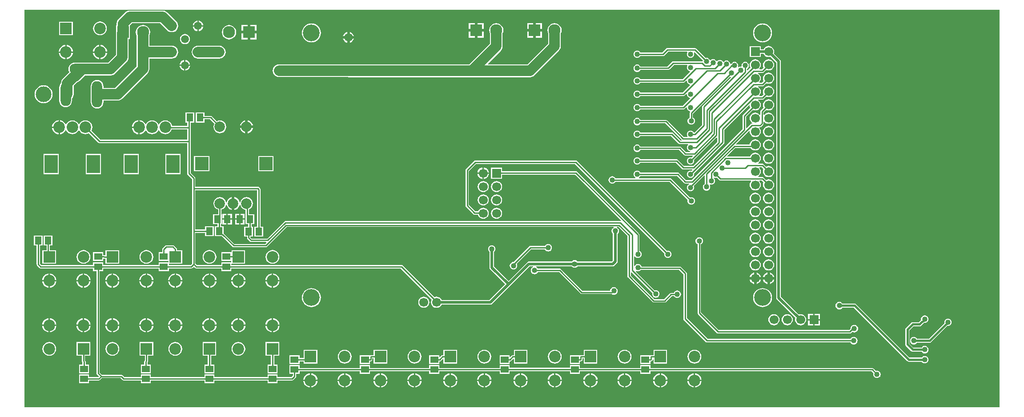
<source format=gtl>
G04*
G04 #@! TF.GenerationSoftware,Altium Limited,Altium Designer,19.1.8 (144)*
G04*
G04 Layer_Physical_Order=1*
G04 Layer_Color=255*
%FSLAX25Y25*%
%MOIN*%
G70*
G01*
G75*
%ADD10C,0.01000*%
%ADD38R,0.05118X0.05906*%
%ADD39R,0.05906X0.05118*%
%ADD40C,0.00906*%
%ADD41C,0.01500*%
%ADD42C,0.01968*%
%ADD43C,0.07874*%
%ADD44C,0.06693*%
%ADD45R,0.06693X0.06693*%
%ADD46R,0.09843X0.09843*%
%ADD47C,0.07874*%
%ADD48R,0.09055X0.09055*%
%ADD49C,0.09055*%
%ADD50C,0.08661*%
%ADD51R,0.08661X0.08661*%
%ADD52R,0.06693X0.06693*%
%ADD53R,0.09843X0.13780*%
%ADD54C,0.11811*%
%ADD55O,0.17717X0.07874*%
%ADD56O,0.07874X0.17717*%
%ADD57O,0.07874X0.19685*%
%ADD58C,0.05906*%
%ADD59R,0.06299X0.06299*%
%ADD60C,0.06299*%
%ADD61C,0.12598*%
%ADD62C,0.04000*%
%ADD63C,0.15748*%
%ADD64C,0.05000*%
%ADD65C,0.86614*%
G36*
X733622Y-300551D02*
X2598D01*
Y-2598D01*
X733622D01*
Y-300551D01*
D02*
G37*
%LPC*%
G36*
X133303Y-10815D02*
Y-14236D01*
X136724D01*
X136654Y-13704D01*
X136256Y-12743D01*
X135622Y-11917D01*
X134797Y-11284D01*
X133835Y-10885D01*
X133303Y-10815D01*
D02*
G37*
G36*
X132303Y-10815D02*
X131771Y-10885D01*
X130810Y-11284D01*
X129984Y-11917D01*
X129350Y-12743D01*
X128952Y-13704D01*
X128882Y-14236D01*
X132303D01*
Y-10815D01*
D02*
G37*
G36*
X390547Y-12583D02*
X386020D01*
Y-17110D01*
X390547D01*
Y-12583D01*
D02*
G37*
G36*
X384020D02*
X379492D01*
Y-17110D01*
X384020D01*
Y-12583D01*
D02*
G37*
G36*
X346866D02*
X342338D01*
Y-17110D01*
X346866D01*
Y-12583D01*
D02*
G37*
G36*
X340338D02*
X335811D01*
Y-17110D01*
X340338D01*
Y-12583D01*
D02*
G37*
G36*
X176528Y-13972D02*
X172000D01*
Y-18500D01*
X176528D01*
Y-13972D01*
D02*
G37*
G36*
X170000D02*
X165472D01*
Y-18500D01*
X170000D01*
Y-13972D01*
D02*
G37*
G36*
X132303Y-15236D02*
X128882D01*
X128952Y-15768D01*
X129350Y-16730D01*
X129984Y-17555D01*
X130810Y-18189D01*
X131771Y-18587D01*
X132303Y-18657D01*
Y-15236D01*
D02*
G37*
G36*
X136724D02*
X133303D01*
Y-18657D01*
X133835Y-18587D01*
X134797Y-18189D01*
X135622Y-17555D01*
X136256Y-16730D01*
X136654Y-15768D01*
X136724Y-15236D01*
D02*
G37*
G36*
X106382Y-3235D02*
X81500D01*
X80267Y-3397D01*
X79117Y-3873D01*
X78131Y-4631D01*
X73131Y-9630D01*
X72373Y-10617D01*
X71897Y-11767D01*
X71735Y-13000D01*
Y-14185D01*
X71185D01*
Y-24815D01*
X71235D01*
Y-36526D01*
X65424Y-42337D01*
X40390D01*
X39156Y-42500D01*
X38007Y-42976D01*
X37020Y-43733D01*
X36263Y-44720D01*
X35787Y-45869D01*
X35625Y-47102D01*
X35787Y-48336D01*
X36241Y-49433D01*
X31446Y-54229D01*
X30689Y-55216D01*
X30213Y-56365D01*
X30050Y-57598D01*
Y-57814D01*
X29373Y-58696D01*
X28897Y-59845D01*
X28735Y-61079D01*
Y-70921D01*
X28897Y-72155D01*
X29373Y-73304D01*
X30130Y-74291D01*
X31117Y-75048D01*
X32267Y-75524D01*
X33500Y-75686D01*
X34733Y-75524D01*
X35883Y-75048D01*
X36869Y-74291D01*
X37627Y-73304D01*
X38103Y-72155D01*
X38265Y-70921D01*
Y-69265D01*
X38942Y-68383D01*
X39418Y-67233D01*
X39581Y-66000D01*
Y-59572D01*
X42127Y-57026D01*
X42995Y-56666D01*
X43982Y-55909D01*
X48023Y-51868D01*
X67398D01*
X68631Y-51705D01*
X69780Y-51229D01*
X70767Y-50472D01*
X79369Y-41870D01*
X80127Y-40883D01*
X80603Y-39733D01*
X80765Y-38500D01*
Y-24815D01*
X81815D01*
Y-14424D01*
X83474Y-12765D01*
X104408D01*
X109749Y-18106D01*
X110736Y-18863D01*
X111885Y-19339D01*
X113118Y-19501D01*
X114351Y-19339D01*
X115501Y-18863D01*
X116488Y-18106D01*
X117245Y-17119D01*
X117721Y-15970D01*
X117883Y-14736D01*
X117721Y-13503D01*
X117245Y-12354D01*
X116488Y-11367D01*
X109751Y-4631D01*
X108765Y-3873D01*
X107615Y-3397D01*
X106382Y-3235D01*
D02*
G37*
G36*
X38823Y-11524D02*
X28587D01*
Y-21760D01*
X38823D01*
Y-11524D01*
D02*
G37*
G36*
X59295Y-11479D02*
X57959Y-11655D01*
X56714Y-12171D01*
X55645Y-12991D01*
X54825Y-14061D01*
X54309Y-15306D01*
X54133Y-16642D01*
X54309Y-17978D01*
X54825Y-19223D01*
X55645Y-20292D01*
X56714Y-21112D01*
X57959Y-21628D01*
X59295Y-21804D01*
X60631Y-21628D01*
X61876Y-21112D01*
X62946Y-20292D01*
X63766Y-19223D01*
X64282Y-17978D01*
X64458Y-16642D01*
X64282Y-15306D01*
X63766Y-14061D01*
X62946Y-12991D01*
X61876Y-12171D01*
X60631Y-11655D01*
X59295Y-11479D01*
D02*
G37*
G36*
X246500Y-19305D02*
Y-22359D01*
X249554D01*
X249543Y-22275D01*
X249125Y-21266D01*
X248460Y-20399D01*
X247593Y-19734D01*
X246583Y-19316D01*
X246500Y-19305D01*
D02*
G37*
G36*
X244500D02*
X244417Y-19316D01*
X243407Y-19734D01*
X242541Y-20399D01*
X241875Y-21266D01*
X241457Y-22275D01*
X241446Y-22359D01*
X244500D01*
Y-19305D01*
D02*
G37*
G36*
X390547Y-19110D02*
X386020D01*
Y-23638D01*
X390547D01*
Y-19110D01*
D02*
G37*
G36*
X384020D02*
X379492D01*
Y-23638D01*
X384020D01*
Y-19110D01*
D02*
G37*
G36*
X346866D02*
X342338D01*
Y-23638D01*
X346866D01*
Y-19110D01*
D02*
G37*
G36*
X340338D02*
X335811D01*
Y-23638D01*
X340338D01*
Y-19110D01*
D02*
G37*
G36*
X156000Y-14139D02*
X154613Y-14322D01*
X153320Y-14857D01*
X152209Y-15709D01*
X151357Y-16820D01*
X150822Y-18113D01*
X150639Y-19500D01*
X150822Y-20888D01*
X151357Y-22181D01*
X152209Y-23291D01*
X153320Y-24143D01*
X154613Y-24678D01*
X156000Y-24861D01*
X157387Y-24678D01*
X158680Y-24143D01*
X159791Y-23291D01*
X160643Y-22181D01*
X161178Y-20888D01*
X161361Y-19500D01*
X161178Y-18113D01*
X160643Y-16820D01*
X159791Y-15709D01*
X158680Y-14857D01*
X157387Y-14322D01*
X156000Y-14139D01*
D02*
G37*
G36*
X176528Y-20500D02*
X172000D01*
Y-25028D01*
X176528D01*
Y-20500D01*
D02*
G37*
G36*
X170000D02*
X165472D01*
Y-25028D01*
X170000D01*
Y-20500D01*
D02*
G37*
G36*
X555988Y-12871D02*
X554599Y-13008D01*
X553263Y-13413D01*
X552032Y-14071D01*
X550953Y-14957D01*
X550067Y-16036D01*
X549409Y-17267D01*
X549004Y-18603D01*
X548867Y-19992D01*
X549004Y-21381D01*
X549409Y-22717D01*
X550067Y-23948D01*
X550953Y-25027D01*
X552032Y-25913D01*
X553263Y-26571D01*
X554599Y-26976D01*
X555988Y-27113D01*
X557377Y-26976D01*
X558713Y-26571D01*
X559944Y-25913D01*
X561023Y-25027D01*
X561909Y-23948D01*
X562567Y-22717D01*
X562972Y-21381D01*
X563109Y-19992D01*
X562972Y-18603D01*
X562567Y-17267D01*
X561909Y-16036D01*
X561023Y-14957D01*
X559944Y-14071D01*
X558713Y-13413D01*
X557377Y-13008D01*
X555988Y-12871D01*
D02*
G37*
G36*
X217799D02*
X216410Y-13008D01*
X215074Y-13413D01*
X213843Y-14071D01*
X212764Y-14957D01*
X211878Y-16036D01*
X211220Y-17267D01*
X210815Y-18603D01*
X210678Y-19992D01*
X210815Y-21381D01*
X211220Y-22717D01*
X211878Y-23948D01*
X212764Y-25027D01*
X213843Y-25913D01*
X215074Y-26571D01*
X216410Y-26976D01*
X217799Y-27113D01*
X219188Y-26976D01*
X220524Y-26571D01*
X221755Y-25913D01*
X222834Y-25027D01*
X223720Y-23948D01*
X224378Y-22717D01*
X224783Y-21381D01*
X224920Y-19992D01*
X224783Y-18603D01*
X224378Y-17267D01*
X223720Y-16036D01*
X222834Y-14957D01*
X221755Y-14071D01*
X220524Y-13413D01*
X219188Y-13008D01*
X217799Y-12871D01*
D02*
G37*
G36*
X249554Y-24359D02*
X246500D01*
Y-27413D01*
X246583Y-27402D01*
X247593Y-26983D01*
X248460Y-26318D01*
X249125Y-25451D01*
X249543Y-24442D01*
X249554Y-24359D01*
D02*
G37*
G36*
X244500D02*
X241446D01*
X241457Y-24442D01*
X241875Y-25451D01*
X242541Y-26318D01*
X243407Y-26983D01*
X244417Y-27402D01*
X244500Y-27413D01*
Y-24359D01*
D02*
G37*
G36*
X122960Y-20806D02*
X121984Y-20935D01*
X121074Y-21312D01*
X120293Y-21911D01*
X119694Y-22693D01*
X119317Y-23602D01*
X119188Y-24579D01*
X119317Y-25555D01*
X119694Y-26465D01*
X120293Y-27246D01*
X121074Y-27846D01*
X121984Y-28223D01*
X122960Y-28351D01*
X123937Y-28223D01*
X124847Y-27846D01*
X125628Y-27246D01*
X126228Y-26465D01*
X126604Y-25555D01*
X126733Y-24579D01*
X126604Y-23602D01*
X126228Y-22693D01*
X125628Y-21911D01*
X124847Y-21312D01*
X123937Y-20935D01*
X122960Y-20806D01*
D02*
G37*
G36*
X560500Y-29823D02*
X559421Y-29965D01*
X558415Y-30381D01*
X557552Y-31044D01*
X556889Y-31907D01*
X556774Y-32186D01*
X554634D01*
Y-29858D01*
X546366D01*
Y-38126D01*
X554634D01*
Y-35798D01*
X556774D01*
X556889Y-36077D01*
X557552Y-36940D01*
X558415Y-37603D01*
X559421Y-38020D01*
X560500Y-38162D01*
X561579Y-38020D01*
X561858Y-37904D01*
X566194Y-42240D01*
Y-218551D01*
X566331Y-219243D01*
X566723Y-219829D01*
X580576Y-233682D01*
X580461Y-233960D01*
X580319Y-235039D01*
X580461Y-236119D01*
X580877Y-237124D01*
X581540Y-237988D01*
X582403Y-238650D01*
X583409Y-239067D01*
X584488Y-239209D01*
X585567Y-239067D01*
X586573Y-238650D01*
X587436Y-237988D01*
X588099Y-237124D01*
X588516Y-236119D01*
X588658Y-235039D01*
X588516Y-233960D01*
X588099Y-232955D01*
X587436Y-232091D01*
X586573Y-231428D01*
X585567Y-231012D01*
X584488Y-230870D01*
X583409Y-231012D01*
X583131Y-231127D01*
X569806Y-217803D01*
Y-41492D01*
X569669Y-40801D01*
X569277Y-40215D01*
X564412Y-35350D01*
X564528Y-35071D01*
X564670Y-33992D01*
X564528Y-32913D01*
X564111Y-31907D01*
X563448Y-31044D01*
X562585Y-30381D01*
X561579Y-29965D01*
X560500Y-29823D01*
D02*
G37*
G36*
X59796Y-29047D02*
Y-33858D01*
X64607D01*
X64489Y-32967D01*
X63952Y-31670D01*
X63098Y-30556D01*
X61984Y-29702D01*
X60687Y-29165D01*
X59796Y-29047D01*
D02*
G37*
G36*
X58796D02*
X57904Y-29165D01*
X56607Y-29702D01*
X55494Y-30556D01*
X54639Y-31670D01*
X54102Y-32967D01*
X53985Y-33858D01*
X58796D01*
Y-29047D01*
D02*
G37*
G36*
X34204D02*
Y-33858D01*
X39015D01*
X38898Y-32967D01*
X38361Y-31670D01*
X37506Y-30556D01*
X36393Y-29702D01*
X35096Y-29165D01*
X34204Y-29047D01*
D02*
G37*
G36*
X33204D02*
X32313Y-29165D01*
X31016Y-29702D01*
X29902Y-30556D01*
X29048Y-31670D01*
X28511Y-32967D01*
X28394Y-33858D01*
X33204D01*
Y-29047D01*
D02*
G37*
G36*
X505213Y-31400D02*
X484730D01*
X484228Y-31500D01*
X483802Y-31784D01*
X480899Y-34687D01*
X464473D01*
X464435Y-34594D01*
X463988Y-34012D01*
X463406Y-33565D01*
X462728Y-33284D01*
X462000Y-33189D01*
X461272Y-33284D01*
X460594Y-33565D01*
X460012Y-34012D01*
X459565Y-34594D01*
X459284Y-35272D01*
X459189Y-36000D01*
X459284Y-36728D01*
X459565Y-37406D01*
X460012Y-37988D01*
X460594Y-38435D01*
X461272Y-38716D01*
X462000Y-38811D01*
X462728Y-38716D01*
X463406Y-38435D01*
X463988Y-37988D01*
X464435Y-37406D01*
X464473Y-37313D01*
X481443D01*
X481945Y-37213D01*
X482371Y-36928D01*
X485274Y-34025D01*
X499437D01*
X499658Y-34474D01*
X499565Y-34594D01*
X499284Y-35272D01*
X499189Y-36000D01*
X499284Y-36728D01*
X499565Y-37406D01*
X500012Y-37988D01*
X500594Y-38435D01*
X501272Y-38716D01*
X502000Y-38811D01*
X502728Y-38716D01*
X503406Y-38435D01*
X503988Y-37988D01*
X504435Y-37406D01*
X504716Y-36728D01*
X504811Y-36000D01*
X504716Y-35272D01*
X504562Y-34902D01*
X504842Y-34352D01*
X504847Y-34348D01*
X504972Y-34328D01*
X511239Y-40596D01*
X511168Y-41115D01*
X510694Y-41426D01*
X510564Y-41400D01*
X489037D01*
X488535Y-41500D01*
X488109Y-41784D01*
X484706Y-45187D01*
X464473D01*
X464435Y-45094D01*
X463988Y-44512D01*
X463406Y-44065D01*
X462728Y-43784D01*
X462000Y-43688D01*
X461272Y-43784D01*
X460594Y-44065D01*
X460012Y-44512D01*
X459565Y-45094D01*
X459284Y-45772D01*
X459189Y-46500D01*
X459284Y-47228D01*
X459565Y-47906D01*
X460012Y-48488D01*
X460594Y-48935D01*
X461272Y-49216D01*
X462000Y-49312D01*
X462728Y-49216D01*
X463406Y-48935D01*
X463988Y-48488D01*
X464435Y-47906D01*
X464473Y-47813D01*
X485250D01*
X485752Y-47713D01*
X486178Y-47428D01*
X489581Y-44025D01*
X499437D01*
X499658Y-44474D01*
X499565Y-44594D01*
X499284Y-45272D01*
X499189Y-46000D01*
X499284Y-46728D01*
X499565Y-47406D01*
X500012Y-47988D01*
X500594Y-48435D01*
X501272Y-48716D01*
X501423Y-48735D01*
X501584Y-49209D01*
X496105Y-54687D01*
X464473D01*
X464435Y-54594D01*
X463988Y-54012D01*
X463406Y-53565D01*
X462728Y-53284D01*
X462000Y-53189D01*
X461272Y-53284D01*
X460594Y-53565D01*
X460012Y-54012D01*
X459565Y-54594D01*
X459284Y-55272D01*
X459189Y-56000D01*
X459284Y-56728D01*
X459565Y-57406D01*
X460012Y-57988D01*
X460594Y-58435D01*
X461272Y-58716D01*
X462000Y-58811D01*
X462728Y-58716D01*
X463406Y-58435D01*
X463988Y-57988D01*
X464435Y-57406D01*
X464473Y-57313D01*
X496649D01*
X497151Y-57213D01*
X497577Y-56928D01*
X498711Y-55794D01*
X499127Y-55973D01*
X499191Y-56021D01*
X499284Y-56728D01*
X499565Y-57406D01*
X500012Y-57988D01*
X500594Y-58435D01*
X501272Y-58716D01*
X501423Y-58736D01*
X501584Y-59209D01*
X496105Y-64687D01*
X464473D01*
X464435Y-64594D01*
X463988Y-64012D01*
X463406Y-63565D01*
X462728Y-63284D01*
X462000Y-63188D01*
X461272Y-63284D01*
X460594Y-63565D01*
X460012Y-64012D01*
X459565Y-64594D01*
X459284Y-65272D01*
X459189Y-66000D01*
X459284Y-66728D01*
X459565Y-67406D01*
X460012Y-67988D01*
X460594Y-68435D01*
X461272Y-68716D01*
X462000Y-68812D01*
X462728Y-68716D01*
X463406Y-68435D01*
X463988Y-67988D01*
X464435Y-67406D01*
X464473Y-67313D01*
X496649D01*
X497151Y-67213D01*
X497577Y-66928D01*
X498711Y-65794D01*
X499127Y-65973D01*
X499191Y-66021D01*
X499284Y-66728D01*
X499565Y-67406D01*
X500012Y-67988D01*
X500594Y-68435D01*
X501272Y-68716D01*
X501423Y-68735D01*
X501584Y-69209D01*
X496105Y-74687D01*
X464473D01*
X464435Y-74594D01*
X463988Y-74012D01*
X463406Y-73565D01*
X462728Y-73284D01*
X462000Y-73189D01*
X461272Y-73284D01*
X460594Y-73565D01*
X460012Y-74012D01*
X459565Y-74594D01*
X459284Y-75272D01*
X459189Y-76000D01*
X459284Y-76728D01*
X459565Y-77406D01*
X460012Y-77988D01*
X460594Y-78435D01*
X461272Y-78716D01*
X462000Y-78812D01*
X462728Y-78716D01*
X463406Y-78435D01*
X463988Y-77988D01*
X464435Y-77406D01*
X464473Y-77313D01*
X496649D01*
X497151Y-77213D01*
X497577Y-76928D01*
X498711Y-75794D01*
X499127Y-75973D01*
X499191Y-76021D01*
X499284Y-76728D01*
X499565Y-77406D01*
X500012Y-77988D01*
X500594Y-78435D01*
X501272Y-78716D01*
X501423Y-78736D01*
X501495Y-78948D01*
X501548Y-79256D01*
X501287Y-79647D01*
X501187Y-80149D01*
Y-83527D01*
X501094Y-83565D01*
X500512Y-84012D01*
X500065Y-84594D01*
X499784Y-85272D01*
X499689Y-86000D01*
X499784Y-86728D01*
X500065Y-87406D01*
X500512Y-87988D01*
X501094Y-88435D01*
X501772Y-88716D01*
X502500Y-88811D01*
X503228Y-88716D01*
X503906Y-88435D01*
X504488Y-87988D01*
X504935Y-87406D01*
X505216Y-86728D01*
X505311Y-86000D01*
X505216Y-85272D01*
X504935Y-84594D01*
X504488Y-84012D01*
X503906Y-83565D01*
X503813Y-83527D01*
Y-80693D01*
X531704Y-52802D01*
X532136Y-52884D01*
X532290Y-53354D01*
X511072Y-74572D01*
X510787Y-74998D01*
X510687Y-75500D01*
Y-88871D01*
X504935Y-94623D01*
X504737Y-94611D01*
X504418Y-94573D01*
X503988Y-94012D01*
X503406Y-93565D01*
X502728Y-93284D01*
X502000Y-93189D01*
X501272Y-93284D01*
X500594Y-93565D01*
X500012Y-94012D01*
X499565Y-94594D01*
X499284Y-95272D01*
X499189Y-96000D01*
X499284Y-96728D01*
X499565Y-97406D01*
X499658Y-97526D01*
X499437Y-97975D01*
X496831D01*
X484428Y-85572D01*
X484002Y-85287D01*
X483500Y-85187D01*
X464473D01*
X464435Y-85094D01*
X463988Y-84512D01*
X463406Y-84065D01*
X462728Y-83784D01*
X462000Y-83688D01*
X461272Y-83784D01*
X460594Y-84065D01*
X460012Y-84512D01*
X459565Y-85094D01*
X459284Y-85772D01*
X459189Y-86500D01*
X459284Y-87228D01*
X459565Y-87906D01*
X460012Y-88488D01*
X460594Y-88935D01*
X461272Y-89216D01*
X462000Y-89311D01*
X462728Y-89216D01*
X463406Y-88935D01*
X463988Y-88488D01*
X464435Y-87906D01*
X464473Y-87813D01*
X482956D01*
X495331Y-100187D01*
X495322Y-100307D01*
X495165Y-100687D01*
X494544D01*
X488928Y-95072D01*
X488502Y-94787D01*
X488000Y-94687D01*
X464473D01*
X464435Y-94594D01*
X463988Y-94012D01*
X463406Y-93565D01*
X462728Y-93284D01*
X462000Y-93189D01*
X461272Y-93284D01*
X460594Y-93565D01*
X460012Y-94012D01*
X459565Y-94594D01*
X459284Y-95272D01*
X459189Y-96000D01*
X459284Y-96728D01*
X459565Y-97406D01*
X460012Y-97988D01*
X460594Y-98435D01*
X461272Y-98716D01*
X462000Y-98812D01*
X462728Y-98716D01*
X463406Y-98435D01*
X463988Y-97988D01*
X464435Y-97406D01*
X464473Y-97313D01*
X487456D01*
X493072Y-102928D01*
X493498Y-103213D01*
X494000Y-103313D01*
X500102D01*
X500272Y-103813D01*
X500012Y-104012D01*
X499565Y-104594D01*
X499284Y-105272D01*
X499189Y-106000D01*
X499284Y-106728D01*
X499565Y-107406D01*
X500012Y-107988D01*
X500594Y-108435D01*
X501272Y-108716D01*
X501709Y-108773D01*
X501677Y-109273D01*
X498630D01*
X494928Y-105572D01*
X494502Y-105287D01*
X494000Y-105187D01*
X464473D01*
X464435Y-105094D01*
X463988Y-104512D01*
X463406Y-104065D01*
X462728Y-103784D01*
X462000Y-103689D01*
X461272Y-103784D01*
X460594Y-104065D01*
X460012Y-104512D01*
X459565Y-105094D01*
X459284Y-105772D01*
X459189Y-106500D01*
X459284Y-107228D01*
X459565Y-107906D01*
X460012Y-108488D01*
X460594Y-108935D01*
X461272Y-109216D01*
X462000Y-109311D01*
X462728Y-109216D01*
X463406Y-108935D01*
X463988Y-108488D01*
X464435Y-107906D01*
X464473Y-107813D01*
X493456D01*
X497158Y-111514D01*
X497583Y-111799D01*
X498086Y-111898D01*
X503592D01*
X503783Y-112360D01*
X502821Y-113323D01*
X502728Y-113284D01*
X502000Y-113189D01*
X501272Y-113284D01*
X500594Y-113565D01*
X500012Y-114012D01*
X499565Y-114594D01*
X499284Y-115272D01*
X499189Y-116000D01*
X499284Y-116728D01*
X499565Y-117406D01*
X500012Y-117988D01*
X500594Y-118435D01*
X501272Y-118716D01*
X502000Y-118811D01*
X502728Y-118716D01*
X503406Y-118435D01*
X503988Y-117988D01*
X504435Y-117406D01*
X504716Y-116728D01*
X504811Y-116000D01*
X504716Y-115272D01*
X504677Y-115179D01*
X521462Y-98395D01*
X521923Y-98586D01*
Y-101692D01*
X503929Y-119687D01*
X497044D01*
X492428Y-115072D01*
X492002Y-114787D01*
X491500Y-114687D01*
X464473D01*
X464435Y-114594D01*
X463988Y-114012D01*
X463406Y-113565D01*
X462728Y-113284D01*
X462000Y-113189D01*
X461272Y-113284D01*
X460594Y-113565D01*
X460012Y-114012D01*
X459565Y-114594D01*
X459284Y-115272D01*
X459189Y-116000D01*
X459284Y-116728D01*
X459565Y-117406D01*
X460012Y-117988D01*
X460594Y-118435D01*
X461272Y-118716D01*
X462000Y-118811D01*
X462728Y-118716D01*
X463406Y-118435D01*
X463988Y-117988D01*
X464435Y-117406D01*
X464473Y-117313D01*
X490956D01*
X495572Y-121928D01*
X495998Y-122213D01*
X496500Y-122313D01*
X503178D01*
X503369Y-122775D01*
X502821Y-123323D01*
X502728Y-123284D01*
X502000Y-123189D01*
X501272Y-123284D01*
X500594Y-123565D01*
X500012Y-124012D01*
X499565Y-124594D01*
X499284Y-125272D01*
X499189Y-126000D01*
X499284Y-126728D01*
X499565Y-127406D01*
X500012Y-127988D01*
X500594Y-128435D01*
X501272Y-128716D01*
X502000Y-128811D01*
X502728Y-128716D01*
X503406Y-128435D01*
X503988Y-127988D01*
X504435Y-127406D01*
X504716Y-126728D01*
X504811Y-126000D01*
X504716Y-125272D01*
X504677Y-125179D01*
X526872Y-102985D01*
X527156Y-102559D01*
X527256Y-102057D01*
Y-92539D01*
X545870Y-73925D01*
X546351Y-74151D01*
X546473Y-75071D01*
X546792Y-75844D01*
X541295Y-81341D01*
X541011Y-81766D01*
X540911Y-82269D01*
Y-92001D01*
X502638Y-130273D01*
X498630D01*
X493428Y-125072D01*
X493002Y-124787D01*
X492500Y-124687D01*
X464473D01*
X464435Y-124594D01*
X463988Y-124012D01*
X463406Y-123565D01*
X462728Y-123284D01*
X462000Y-123189D01*
X461272Y-123284D01*
X460594Y-123565D01*
X460012Y-124012D01*
X459565Y-124594D01*
X459284Y-125272D01*
X459189Y-126000D01*
X459284Y-126728D01*
X459565Y-127406D01*
X460012Y-127988D01*
X460594Y-128435D01*
X460715Y-128485D01*
X460616Y-128985D01*
X445771D01*
X445732Y-128892D01*
X445286Y-128310D01*
X444703Y-127863D01*
X444025Y-127582D01*
X443297Y-127486D01*
X442570Y-127582D01*
X441892Y-127863D01*
X441309Y-128310D01*
X440863Y-128892D01*
X440582Y-129570D01*
X440486Y-130298D01*
X440582Y-131025D01*
X440863Y-131703D01*
X441309Y-132285D01*
X441892Y-132732D01*
X442570Y-133013D01*
X443297Y-133109D01*
X444025Y-133013D01*
X444703Y-132732D01*
X445286Y-132285D01*
X445732Y-131703D01*
X445771Y-131610D01*
X486254D01*
X499823Y-145179D01*
X499784Y-145272D01*
X499689Y-146000D01*
X499784Y-146728D01*
X500065Y-147406D01*
X500512Y-147988D01*
X501094Y-148435D01*
X501772Y-148716D01*
X502500Y-148811D01*
X503228Y-148716D01*
X503906Y-148435D01*
X504488Y-147988D01*
X504935Y-147406D01*
X505216Y-146728D01*
X505311Y-146000D01*
X505216Y-145272D01*
X504935Y-144594D01*
X504488Y-144012D01*
X503906Y-143565D01*
X503228Y-143284D01*
X502500Y-143189D01*
X501772Y-143284D01*
X501679Y-143323D01*
X487726Y-129369D01*
X487300Y-129085D01*
X486798Y-128985D01*
X463384D01*
X463285Y-128485D01*
X463406Y-128435D01*
X463988Y-127988D01*
X464435Y-127406D01*
X464473Y-127313D01*
X491956D01*
X497158Y-132514D01*
X497583Y-132799D01*
X498086Y-132898D01*
X500898D01*
X500997Y-133398D01*
X500594Y-133565D01*
X500012Y-134012D01*
X499565Y-134594D01*
X499284Y-135272D01*
X499189Y-136000D01*
X499284Y-136728D01*
X499565Y-137406D01*
X500012Y-137988D01*
X500594Y-138435D01*
X501272Y-138716D01*
X502000Y-138811D01*
X502728Y-138716D01*
X503406Y-138435D01*
X503988Y-137988D01*
X504435Y-137406D01*
X504716Y-136728D01*
X504811Y-136000D01*
X504716Y-135272D01*
X504471Y-134681D01*
X512225Y-126926D01*
X512687Y-127118D01*
Y-133027D01*
X512594Y-133065D01*
X512012Y-133512D01*
X511565Y-134094D01*
X511284Y-134772D01*
X511189Y-135500D01*
X511284Y-136228D01*
X511565Y-136906D01*
X512012Y-137488D01*
X512594Y-137935D01*
X513272Y-138216D01*
X514000Y-138311D01*
X514728Y-138216D01*
X515406Y-137935D01*
X515988Y-137488D01*
X516435Y-136906D01*
X516716Y-136228D01*
X516811Y-135500D01*
X516716Y-134772D01*
X516446Y-134122D01*
X516489Y-134033D01*
X516766Y-133723D01*
X516775Y-133716D01*
X517500Y-133811D01*
X518228Y-133716D01*
X518906Y-133435D01*
X519488Y-132988D01*
X519935Y-132406D01*
X520216Y-131728D01*
X520311Y-131000D01*
X520216Y-130272D01*
X519935Y-129594D01*
X519488Y-129012D01*
X519232Y-128816D01*
X519235Y-128789D01*
X519331Y-128695D01*
X519765Y-128506D01*
X520272Y-128716D01*
X521000Y-128811D01*
X521728Y-128716D01*
X521821Y-128677D01*
X523430Y-130286D01*
X523856Y-130571D01*
X524358Y-130671D01*
X547274D01*
X547454Y-131171D01*
X546889Y-131907D01*
X546473Y-132913D01*
X546330Y-133992D01*
X546473Y-135071D01*
X546889Y-136077D01*
X547552Y-136940D01*
X548415Y-137603D01*
X549421Y-138020D01*
X550500Y-138162D01*
X551579Y-138020D01*
X552585Y-137603D01*
X553448Y-136940D01*
X554111Y-136077D01*
X554528Y-135071D01*
X554670Y-133992D01*
X554528Y-132913D01*
X554111Y-131907D01*
X553546Y-131171D01*
X553726Y-130671D01*
X555323D01*
X556792Y-132141D01*
X556472Y-132913D01*
X556330Y-133992D01*
X556472Y-135071D01*
X556889Y-136077D01*
X557552Y-136940D01*
X558415Y-137603D01*
X559421Y-138020D01*
X560500Y-138162D01*
X561579Y-138020D01*
X562585Y-137603D01*
X563448Y-136940D01*
X564111Y-136077D01*
X564528Y-135071D01*
X564670Y-133992D01*
X564528Y-132913D01*
X564111Y-131907D01*
X563448Y-131044D01*
X562585Y-130381D01*
X561579Y-129965D01*
X560500Y-129823D01*
X559421Y-129965D01*
X558649Y-130285D01*
X556794Y-128430D01*
X556369Y-128146D01*
X555866Y-128046D01*
X552796D01*
X552693Y-127830D01*
X552660Y-127546D01*
X553448Y-126940D01*
X554111Y-126077D01*
X554528Y-125071D01*
X554670Y-123992D01*
X554528Y-122913D01*
X554111Y-121907D01*
X553546Y-121171D01*
X553726Y-120671D01*
X555323D01*
X556792Y-122141D01*
X556472Y-122913D01*
X556330Y-123992D01*
X556472Y-125071D01*
X556889Y-126077D01*
X557552Y-126940D01*
X558415Y-127603D01*
X559421Y-128020D01*
X560500Y-128162D01*
X561579Y-128020D01*
X562585Y-127603D01*
X563448Y-126940D01*
X564111Y-126077D01*
X564528Y-125071D01*
X564670Y-123992D01*
X564528Y-122913D01*
X564111Y-121907D01*
X563448Y-121044D01*
X562585Y-120381D01*
X561579Y-119965D01*
X560500Y-119823D01*
X559421Y-119965D01*
X558649Y-120284D01*
X556794Y-118430D01*
X556369Y-118146D01*
X555866Y-118046D01*
X552796D01*
X552693Y-117830D01*
X552660Y-117546D01*
X553448Y-116940D01*
X554111Y-116077D01*
X554528Y-115071D01*
X554670Y-113992D01*
X554528Y-112913D01*
X554111Y-111907D01*
X553448Y-111044D01*
X552585Y-110381D01*
X551579Y-109965D01*
X550500Y-109823D01*
X549421Y-109965D01*
X548415Y-110381D01*
X547552Y-111044D01*
X546889Y-111907D01*
X546569Y-112680D01*
X529653D01*
X529462Y-112218D01*
X535367Y-106313D01*
X547070D01*
X547552Y-106940D01*
X548415Y-107603D01*
X549421Y-108020D01*
X550500Y-108162D01*
X551579Y-108020D01*
X552585Y-107603D01*
X553448Y-106940D01*
X554111Y-106077D01*
X554528Y-105071D01*
X554670Y-103992D01*
X554528Y-102913D01*
X554111Y-101907D01*
X553448Y-101044D01*
X552585Y-100381D01*
X551579Y-99965D01*
X550500Y-99823D01*
X549421Y-99965D01*
X548415Y-100381D01*
X547552Y-101044D01*
X546889Y-101907D01*
X546473Y-102913D01*
X546371Y-103687D01*
X536118D01*
X535926Y-103225D01*
X545927Y-93225D01*
X546401Y-93458D01*
X546330Y-93992D01*
X546473Y-95071D01*
X546889Y-96077D01*
X547552Y-96940D01*
X548415Y-97603D01*
X549421Y-98020D01*
X550500Y-98162D01*
X551579Y-98020D01*
X552585Y-97603D01*
X553448Y-96940D01*
X554111Y-96077D01*
X554528Y-95071D01*
X554670Y-93992D01*
X554528Y-92913D01*
X554111Y-91907D01*
X553546Y-91171D01*
X553726Y-90671D01*
X554142D01*
X554644Y-90571D01*
X555070Y-90286D01*
X556428Y-88928D01*
X556713Y-88502D01*
X556813Y-88000D01*
Y-86799D01*
X557313Y-86629D01*
X557552Y-86940D01*
X558415Y-87603D01*
X559421Y-88020D01*
X560500Y-88162D01*
X561579Y-88020D01*
X562585Y-87603D01*
X563448Y-86940D01*
X564111Y-86077D01*
X564528Y-85071D01*
X564670Y-83992D01*
X564528Y-82913D01*
X564111Y-81907D01*
X563448Y-81044D01*
X562585Y-80381D01*
X561579Y-79965D01*
X560500Y-79823D01*
X559421Y-79965D01*
X558415Y-80381D01*
X557552Y-81044D01*
X557313Y-81355D01*
X556813Y-81186D01*
Y-79536D01*
X558649Y-77700D01*
X559421Y-78020D01*
X560500Y-78162D01*
X561579Y-78020D01*
X562585Y-77603D01*
X563448Y-76940D01*
X564111Y-76077D01*
X564528Y-75071D01*
X564670Y-73992D01*
X564528Y-72913D01*
X564111Y-71907D01*
X563448Y-71044D01*
X562585Y-70381D01*
X561579Y-69965D01*
X560500Y-69823D01*
X559421Y-69965D01*
X558415Y-70381D01*
X557552Y-71044D01*
X556889Y-71907D01*
X556472Y-72913D01*
X556330Y-73992D01*
X556472Y-75071D01*
X556792Y-75844D01*
X554572Y-78064D01*
X554287Y-78490D01*
X554187Y-78992D01*
Y-81186D01*
X553687Y-81355D01*
X553448Y-81044D01*
X552585Y-80381D01*
X551579Y-79965D01*
X550500Y-79823D01*
X549421Y-79965D01*
X548415Y-80381D01*
X547552Y-81044D01*
X546889Y-81907D01*
X546473Y-82913D01*
X546330Y-83992D01*
X546473Y-85071D01*
X546889Y-86077D01*
X547552Y-86940D01*
X548340Y-87546D01*
X548307Y-87830D01*
X548205Y-88046D01*
X547937D01*
X547435Y-88146D01*
X547009Y-88430D01*
X543998Y-91441D01*
X543536Y-91250D01*
Y-82812D01*
X548649Y-77700D01*
X549421Y-78020D01*
X550500Y-78162D01*
X551579Y-78020D01*
X552585Y-77603D01*
X553448Y-76940D01*
X554111Y-76077D01*
X554528Y-75071D01*
X554670Y-73992D01*
X554528Y-72913D01*
X554111Y-71907D01*
X553448Y-71044D01*
X552660Y-70439D01*
X552693Y-70155D01*
X552795Y-69939D01*
X555866D01*
X556369Y-69839D01*
X556794Y-69554D01*
X558649Y-67700D01*
X559421Y-68020D01*
X560500Y-68162D01*
X561579Y-68020D01*
X562585Y-67603D01*
X563448Y-66940D01*
X564111Y-66077D01*
X564528Y-65071D01*
X564670Y-63992D01*
X564528Y-62913D01*
X564111Y-61907D01*
X563448Y-61044D01*
X562585Y-60381D01*
X561579Y-59965D01*
X560500Y-59823D01*
X559421Y-59965D01*
X558415Y-60381D01*
X557552Y-61044D01*
X556889Y-61907D01*
X556472Y-62913D01*
X556330Y-63992D01*
X556472Y-65071D01*
X556792Y-65843D01*
X555323Y-67313D01*
X553726D01*
X553546Y-66813D01*
X554111Y-66077D01*
X554528Y-65071D01*
X554670Y-63992D01*
X554528Y-62913D01*
X554111Y-61907D01*
X553448Y-61044D01*
X552660Y-60439D01*
X552693Y-60155D01*
X552795Y-59939D01*
X555866D01*
X556369Y-59839D01*
X556794Y-59554D01*
X558649Y-57700D01*
X559421Y-58020D01*
X560500Y-58162D01*
X561579Y-58020D01*
X562585Y-57603D01*
X563448Y-56940D01*
X564111Y-56077D01*
X564528Y-55071D01*
X564670Y-53992D01*
X564528Y-52913D01*
X564111Y-51907D01*
X563448Y-51044D01*
X562585Y-50381D01*
X561579Y-49965D01*
X560500Y-49823D01*
X559421Y-49965D01*
X558415Y-50381D01*
X557552Y-51044D01*
X556889Y-51907D01*
X556472Y-52913D01*
X556330Y-53992D01*
X556472Y-55071D01*
X556792Y-55844D01*
X555323Y-57313D01*
X553726D01*
X553546Y-56813D01*
X554111Y-56077D01*
X554528Y-55071D01*
X554670Y-53992D01*
X554528Y-52913D01*
X554111Y-51907D01*
X553448Y-51044D01*
X552660Y-50439D01*
X552693Y-50155D01*
X552795Y-49939D01*
X555866D01*
X556369Y-49839D01*
X556794Y-49554D01*
X558649Y-47700D01*
X559421Y-48020D01*
X560500Y-48162D01*
X561579Y-48020D01*
X562585Y-47603D01*
X563448Y-46940D01*
X564111Y-46077D01*
X564528Y-45071D01*
X564670Y-43992D01*
X564528Y-42913D01*
X564111Y-41907D01*
X563448Y-41044D01*
X562585Y-40381D01*
X561579Y-39965D01*
X560500Y-39823D01*
X559421Y-39965D01*
X558415Y-40381D01*
X557552Y-41044D01*
X556889Y-41907D01*
X556472Y-42913D01*
X556330Y-43992D01*
X556472Y-45071D01*
X556792Y-45843D01*
X555323Y-47313D01*
X553726D01*
X553546Y-46813D01*
X554111Y-46077D01*
X554528Y-45071D01*
X554670Y-43992D01*
X554528Y-42913D01*
X554111Y-41907D01*
X553448Y-41044D01*
X552585Y-40381D01*
X551579Y-39965D01*
X550500Y-39823D01*
X549421Y-39965D01*
X548415Y-40381D01*
X547552Y-41044D01*
X546889Y-41907D01*
X546473Y-42913D01*
X546330Y-43992D01*
X546473Y-45071D01*
X546853Y-45990D01*
X544775Y-48068D01*
X544313Y-47877D01*
Y-46973D01*
X544406Y-46935D01*
X544988Y-46488D01*
X545435Y-45906D01*
X545716Y-45228D01*
X545811Y-44500D01*
X545716Y-43772D01*
X545435Y-43094D01*
X544988Y-42512D01*
X544406Y-42065D01*
X543728Y-41784D01*
X543000Y-41688D01*
X542272Y-41784D01*
X541594Y-42065D01*
X541012Y-42512D01*
X540565Y-43094D01*
X540284Y-43772D01*
X540189Y-44500D01*
X540225Y-44780D01*
X539780Y-45225D01*
X539500Y-45189D01*
X538772Y-45284D01*
X538122Y-45554D01*
X538033Y-45511D01*
X537723Y-45234D01*
X537716Y-45225D01*
X537811Y-44500D01*
X537716Y-43772D01*
X537435Y-43094D01*
X536988Y-42512D01*
X536406Y-42065D01*
X535728Y-41784D01*
X535000Y-41688D01*
X534272Y-41784D01*
X533594Y-42065D01*
X533012Y-42512D01*
X532565Y-43094D01*
X532243Y-43213D01*
X531736Y-42928D01*
X531716Y-42772D01*
X531435Y-42094D01*
X530988Y-41512D01*
X530406Y-41065D01*
X529728Y-40784D01*
X529000Y-40688D01*
X528272Y-40784D01*
X527594Y-41065D01*
X527012Y-41512D01*
X526922Y-41629D01*
X526377Y-41519D01*
X525988Y-41012D01*
X525406Y-40565D01*
X524728Y-40284D01*
X524000Y-40189D01*
X523272Y-40284D01*
X522594Y-40565D01*
X522012Y-41012D01*
X521922Y-41129D01*
X521377Y-41019D01*
X520988Y-40512D01*
X520406Y-40065D01*
X519728Y-39784D01*
X519000Y-39689D01*
X518272Y-39784D01*
X517594Y-40065D01*
X517116Y-40432D01*
X516721Y-40397D01*
X516529Y-40321D01*
X516435Y-40094D01*
X515988Y-39512D01*
X515406Y-39065D01*
X514728Y-38784D01*
X514000Y-38688D01*
X513272Y-38784D01*
X513179Y-38823D01*
X506141Y-31784D01*
X505715Y-31500D01*
X505213Y-31400D01*
D02*
G37*
G36*
X148742Y-29656D02*
X132803D01*
X131570Y-29818D01*
X130421Y-30294D01*
X129434Y-31052D01*
X128676Y-32039D01*
X128200Y-33188D01*
X128038Y-34421D01*
X128200Y-35655D01*
X128676Y-36804D01*
X129434Y-37791D01*
X130421Y-38548D01*
X131570Y-39024D01*
X132803Y-39186D01*
X148742D01*
X149975Y-39024D01*
X151124Y-38548D01*
X152111Y-37791D01*
X152869Y-36804D01*
X153345Y-35655D01*
X153507Y-34421D01*
X153345Y-33188D01*
X152869Y-32039D01*
X152111Y-31052D01*
X151124Y-30294D01*
X149975Y-29818D01*
X148742Y-29656D01*
D02*
G37*
G36*
X64607Y-34858D02*
X59796D01*
Y-39669D01*
X60687Y-39552D01*
X61984Y-39015D01*
X63098Y-38160D01*
X63952Y-37047D01*
X64489Y-35750D01*
X64607Y-34858D01*
D02*
G37*
G36*
X58796D02*
X53985D01*
X54102Y-35750D01*
X54639Y-37047D01*
X55494Y-38160D01*
X56607Y-39015D01*
X57904Y-39552D01*
X58796Y-39669D01*
Y-34858D01*
D02*
G37*
G36*
X39015D02*
X34204D01*
Y-39669D01*
X35096Y-39552D01*
X36393Y-39015D01*
X37506Y-38160D01*
X38361Y-37047D01*
X38898Y-35750D01*
X39015Y-34858D01*
D02*
G37*
G36*
X33204D02*
X28394D01*
X28511Y-35750D01*
X29048Y-37047D01*
X29902Y-38160D01*
X31016Y-39015D01*
X32313Y-39552D01*
X33204Y-39669D01*
Y-34858D01*
D02*
G37*
G36*
X400020Y-12750D02*
X398632Y-12932D01*
X397339Y-13468D01*
X396229Y-14320D01*
X395377Y-15430D01*
X394842Y-16723D01*
X394659Y-18110D01*
X394842Y-19498D01*
X395254Y-20495D01*
Y-28007D01*
X379601Y-43660D01*
X350232D01*
X350041Y-43198D01*
X359708Y-33531D01*
X360465Y-32544D01*
X360941Y-31395D01*
X361104Y-30161D01*
Y-20495D01*
X361517Y-19498D01*
X361699Y-18110D01*
X361517Y-16723D01*
X360981Y-15430D01*
X360129Y-14320D01*
X359019Y-13468D01*
X357726Y-12932D01*
X356339Y-12750D01*
X354951Y-12932D01*
X353658Y-13468D01*
X352548Y-14320D01*
X351696Y-15430D01*
X351160Y-16723D01*
X350978Y-18110D01*
X351160Y-19498D01*
X351573Y-20495D01*
Y-28188D01*
X336101Y-43660D01*
X246005D01*
X245500Y-43593D01*
X193522D01*
X192288Y-43756D01*
X191139Y-44232D01*
X190152Y-44989D01*
X189395Y-45976D01*
X188919Y-47125D01*
X188757Y-48359D01*
X188919Y-49592D01*
X189395Y-50741D01*
X190152Y-51728D01*
X191139Y-52486D01*
X192288Y-52961D01*
X193522Y-53124D01*
X245062D01*
X245567Y-53190D01*
X381575D01*
X382808Y-53028D01*
X383958Y-52552D01*
X384944Y-51795D01*
X403389Y-33350D01*
X404146Y-32363D01*
X404623Y-31214D01*
X404785Y-29980D01*
Y-20495D01*
X405198Y-19498D01*
X405380Y-18110D01*
X405198Y-16723D01*
X404662Y-15430D01*
X403810Y-14320D01*
X402700Y-13468D01*
X401407Y-12932D01*
X400020Y-12750D01*
D02*
G37*
G36*
X123461Y-40343D02*
Y-43764D01*
X126882D01*
X126812Y-43232D01*
X126413Y-42270D01*
X125780Y-41445D01*
X124954Y-40811D01*
X123992Y-40413D01*
X123461Y-40343D01*
D02*
G37*
G36*
X122461D02*
X121929Y-40413D01*
X120967Y-40811D01*
X120141Y-41445D01*
X119508Y-42270D01*
X119109Y-43232D01*
X119039Y-43764D01*
X122461D01*
Y-40343D01*
D02*
G37*
G36*
X126882Y-44764D02*
X123461D01*
Y-48185D01*
X123992Y-48115D01*
X124954Y-47716D01*
X125780Y-47083D01*
X126413Y-46257D01*
X126812Y-45296D01*
X126882Y-44764D01*
D02*
G37*
G36*
X122461D02*
X119039D01*
X119109Y-45296D01*
X119508Y-46257D01*
X120141Y-47083D01*
X120967Y-47716D01*
X121929Y-48115D01*
X122461Y-48185D01*
Y-44764D01*
D02*
G37*
G36*
X91500Y-14139D02*
X90113Y-14322D01*
X88819Y-14857D01*
X87709Y-15709D01*
X86857Y-16820D01*
X86322Y-18113D01*
X86139Y-19500D01*
X86322Y-20888D01*
X86735Y-21885D01*
Y-34788D01*
Y-45026D01*
X70526Y-61235D01*
X61887D01*
Y-60094D01*
X61725Y-58861D01*
X61249Y-57712D01*
X60492Y-56725D01*
X59505Y-55968D01*
X58355Y-55492D01*
X57122Y-55329D01*
X55889Y-55492D01*
X54740Y-55968D01*
X53753Y-56725D01*
X52995Y-57712D01*
X52519Y-58861D01*
X52357Y-60094D01*
Y-71905D01*
X52519Y-73139D01*
X52995Y-74288D01*
X53753Y-75275D01*
X54740Y-76032D01*
X55889Y-76508D01*
X57122Y-76671D01*
X58355Y-76508D01*
X59505Y-76032D01*
X60492Y-75275D01*
X61249Y-74288D01*
X61725Y-73139D01*
X61887Y-71905D01*
Y-70765D01*
X72500D01*
X73733Y-70603D01*
X74883Y-70127D01*
X75870Y-69370D01*
X94870Y-50370D01*
X95627Y-49383D01*
X96103Y-48233D01*
X96265Y-47000D01*
Y-39186D01*
X113118D01*
X114351Y-39024D01*
X115501Y-38548D01*
X116488Y-37791D01*
X117245Y-36804D01*
X117721Y-35655D01*
X117883Y-34421D01*
X117721Y-33188D01*
X117245Y-32039D01*
X116488Y-31052D01*
X115501Y-30294D01*
X114351Y-29818D01*
X113118Y-29656D01*
X96265D01*
Y-21884D01*
X96678Y-20888D01*
X96861Y-19500D01*
X96678Y-18113D01*
X96143Y-16820D01*
X95291Y-15709D01*
X94180Y-14857D01*
X92887Y-14322D01*
X91500Y-14139D01*
D02*
G37*
G36*
X16965Y-59275D02*
X15653Y-59404D01*
X14391Y-59787D01*
X13228Y-60408D01*
X12209Y-61244D01*
X11373Y-62264D01*
X10751Y-63426D01*
X10368Y-64688D01*
X10239Y-66000D01*
X10368Y-67312D01*
X10751Y-68574D01*
X11373Y-69736D01*
X12209Y-70755D01*
X13228Y-71592D01*
X14391Y-72213D01*
X15653Y-72596D01*
X16965Y-72725D01*
X18277Y-72596D01*
X19538Y-72213D01*
X20701Y-71592D01*
X21720Y-70755D01*
X22557Y-69736D01*
X23178Y-68574D01*
X23561Y-67312D01*
X23690Y-66000D01*
X23561Y-64688D01*
X23178Y-63426D01*
X22557Y-62264D01*
X21720Y-61244D01*
X20701Y-60408D01*
X19538Y-59787D01*
X18277Y-59404D01*
X16965Y-59275D01*
D02*
G37*
G36*
X170138Y-85558D02*
Y-89406D01*
X173986D01*
X173948Y-89117D01*
X173450Y-87916D01*
X172659Y-86884D01*
X171628Y-86093D01*
X170427Y-85596D01*
X170138Y-85558D01*
D02*
G37*
G36*
X168138Y-85558D02*
X167849Y-85596D01*
X166648Y-86093D01*
X165617Y-86884D01*
X164825Y-87916D01*
X164328Y-89117D01*
X164290Y-89406D01*
X168138D01*
Y-85558D01*
D02*
G37*
G36*
X130106Y-79760D02*
X123413D01*
Y-87240D01*
X124720D01*
Y-89736D01*
X113223D01*
X113179Y-89404D01*
X112664Y-88159D01*
X111843Y-87090D01*
X110774Y-86269D01*
X109529Y-85754D01*
X108193Y-85578D01*
X106857Y-85754D01*
X105612Y-86269D01*
X104543Y-87090D01*
X103722Y-88159D01*
X103522Y-88643D01*
X103022D01*
X102821Y-88159D01*
X102001Y-87090D01*
X100931Y-86269D01*
X99686Y-85754D01*
X98350Y-85578D01*
X97014Y-85754D01*
X95769Y-86269D01*
X94700Y-87090D01*
X93880Y-88159D01*
X93794Y-88365D01*
X93294D01*
X93164Y-88052D01*
X92310Y-86938D01*
X91196Y-86084D01*
X89899Y-85547D01*
X89008Y-85429D01*
Y-90740D01*
Y-96051D01*
X89899Y-95934D01*
X91196Y-95397D01*
X92310Y-94542D01*
X93164Y-93428D01*
X93294Y-93115D01*
X93794D01*
X93880Y-93321D01*
X94700Y-94390D01*
X95769Y-95211D01*
X97014Y-95727D01*
X98350Y-95902D01*
X99686Y-95727D01*
X100931Y-95211D01*
X102001Y-94390D01*
X102821Y-93321D01*
X103022Y-92837D01*
X103522D01*
X103722Y-93321D01*
X104543Y-94390D01*
X105612Y-95211D01*
X106857Y-95727D01*
X108193Y-95902D01*
X109529Y-95727D01*
X110774Y-95211D01*
X111843Y-94390D01*
X112664Y-93321D01*
X113101Y-92264D01*
X124720D01*
Y-100077D01*
X59544D01*
X52807Y-93340D01*
X52821Y-93321D01*
X53337Y-92076D01*
X53513Y-90740D01*
X53337Y-89404D01*
X52821Y-88159D01*
X52001Y-87090D01*
X50931Y-86269D01*
X49686Y-85754D01*
X48350Y-85578D01*
X47014Y-85754D01*
X45769Y-86269D01*
X44700Y-87090D01*
X43880Y-88159D01*
X43679Y-88643D01*
X43179D01*
X42979Y-88159D01*
X42158Y-87090D01*
X41089Y-86269D01*
X39844Y-85754D01*
X38508Y-85578D01*
X37172Y-85754D01*
X35927Y-86269D01*
X34858Y-87090D01*
X34037Y-88159D01*
X33952Y-88366D01*
X33452D01*
X33322Y-88052D01*
X32467Y-86938D01*
X31354Y-86084D01*
X30057Y-85547D01*
X29165Y-85429D01*
Y-90740D01*
Y-96051D01*
X30057Y-95934D01*
X31354Y-95397D01*
X32467Y-94542D01*
X33322Y-93428D01*
X33452Y-93115D01*
X33952D01*
X34037Y-93321D01*
X34858Y-94390D01*
X35927Y-95211D01*
X37172Y-95727D01*
X38508Y-95902D01*
X39844Y-95727D01*
X41089Y-95211D01*
X42158Y-94390D01*
X42979Y-93321D01*
X43179Y-92837D01*
X43679D01*
X43880Y-93321D01*
X44700Y-94390D01*
X45769Y-95211D01*
X47014Y-95727D01*
X48350Y-95902D01*
X49686Y-95727D01*
X50931Y-95211D01*
X50950Y-95196D01*
X58072Y-102318D01*
X58498Y-102603D01*
X59000Y-102702D01*
X124720D01*
Y-125484D01*
X124816Y-125968D01*
X125090Y-126378D01*
X128235Y-129524D01*
Y-136402D01*
X128187Y-136644D01*
X128235Y-136886D01*
Y-158504D01*
X128283Y-158744D01*
Y-168449D01*
X128235Y-168691D01*
X128283Y-168933D01*
Y-192941D01*
X127213Y-194011D01*
X110827D01*
Y-193110D01*
X120866D01*
Y-182874D01*
X117013D01*
Y-182303D01*
X116916Y-181819D01*
X116642Y-181409D01*
X114831Y-179598D01*
X114421Y-179324D01*
X113937Y-179228D01*
X108898D01*
X108414Y-179324D01*
X108004Y-179598D01*
X106193Y-181409D01*
X105919Y-181819D01*
X105822Y-182303D01*
Y-184449D01*
X103347D01*
Y-191142D01*
X110630D01*
Y-191929D01*
X103347D01*
Y-194011D01*
X61614D01*
Y-191929D01*
X54134D01*
Y-194011D01*
X15327D01*
X14256Y-192940D01*
Y-179331D01*
X16339D01*
Y-171850D01*
X9646D01*
Y-179331D01*
X11728D01*
Y-193464D01*
X11824Y-193948D01*
X12098Y-194358D01*
X13909Y-196170D01*
X14320Y-196444D01*
X14804Y-196540D01*
X54134D01*
Y-198622D01*
X56610D01*
Y-275103D01*
X56653Y-275322D01*
X56706Y-275587D01*
X56706Y-275587D01*
X56980Y-275997D01*
X58502Y-277520D01*
X57956Y-278066D01*
X50984D01*
Y-275984D01*
X43504D01*
Y-282677D01*
X50984D01*
Y-280595D01*
X58479D01*
X58963Y-280499D01*
X59374Y-280225D01*
X60814Y-278784D01*
X74708D01*
X76149Y-280225D01*
X76559Y-280499D01*
X77043Y-280595D01*
X89961D01*
Y-282677D01*
X97441D01*
Y-280595D01*
X137598D01*
Y-282677D01*
X145079D01*
Y-280595D01*
X184843D01*
Y-282677D01*
X192323D01*
Y-280595D01*
X203307D01*
X203791Y-280499D01*
X204201Y-280225D01*
X206012Y-278414D01*
X206286Y-278004D01*
X206382Y-277520D01*
Y-275787D01*
X208858D01*
Y-273705D01*
X254134D01*
Y-275787D01*
X261614D01*
Y-273705D01*
X306102D01*
Y-275787D01*
X313583D01*
Y-273705D01*
X358858D01*
Y-275787D01*
X366339D01*
Y-273753D01*
X411614D01*
Y-275787D01*
X419094D01*
Y-273705D01*
X464370D01*
Y-275787D01*
X471850D01*
Y-273705D01*
X637665D01*
X639075Y-275115D01*
X639017Y-275257D01*
X638921Y-275984D01*
X639017Y-276712D01*
X639297Y-277390D01*
X639744Y-277972D01*
X640327Y-278419D01*
X641005Y-278700D01*
X641732Y-278796D01*
X642460Y-278700D01*
X643138Y-278419D01*
X643720Y-277972D01*
X644167Y-277390D01*
X644448Y-276712D01*
X644544Y-275984D01*
X644448Y-275257D01*
X644167Y-274579D01*
X643720Y-273996D01*
X643138Y-273550D01*
X642460Y-273269D01*
X641732Y-273173D01*
X641005Y-273269D01*
X640863Y-273327D01*
X639083Y-271547D01*
X638673Y-271273D01*
X638189Y-271177D01*
X471850D01*
Y-269094D01*
X464370D01*
Y-271177D01*
X419094D01*
Y-269094D01*
X411614D01*
Y-271128D01*
X366339D01*
Y-269094D01*
X358858D01*
Y-271177D01*
X313583D01*
Y-269094D01*
X306102D01*
Y-271177D01*
X261614D01*
Y-269094D01*
X254134D01*
Y-271177D01*
X208858D01*
Y-269094D01*
X201378D01*
Y-275787D01*
X203854D01*
Y-276996D01*
X202783Y-278066D01*
X192323D01*
Y-275984D01*
X184843D01*
Y-278066D01*
X145079D01*
Y-275984D01*
X137598D01*
Y-278066D01*
X97441D01*
Y-275984D01*
X89961D01*
Y-278066D01*
X77567D01*
X76126Y-276626D01*
X75716Y-276351D01*
X75232Y-276255D01*
X60814D01*
X59139Y-274579D01*
Y-198622D01*
X61614D01*
Y-196540D01*
X103347D01*
Y-198622D01*
X110827D01*
Y-196540D01*
X127737D01*
X128221Y-196444D01*
X128631Y-196170D01*
X129548Y-195253D01*
X130465Y-196170D01*
X130875Y-196444D01*
X131359Y-196540D01*
X150197D01*
Y-198622D01*
X157677D01*
Y-196588D01*
X284732D01*
X307995Y-219851D01*
X307952Y-219907D01*
X307536Y-220913D01*
X307394Y-221992D01*
X307536Y-223071D01*
X307952Y-224077D01*
X308615Y-224940D01*
X309478Y-225603D01*
X310484Y-226020D01*
X311563Y-226162D01*
X312642Y-226020D01*
X313648Y-225603D01*
X314511Y-224940D01*
X315174Y-224077D01*
X315289Y-223798D01*
X352008D01*
X352699Y-223661D01*
X353285Y-223269D01*
X366805Y-209750D01*
X381556Y-194999D01*
X384030D01*
X384130Y-195499D01*
X383733Y-195663D01*
X383151Y-196110D01*
X382704Y-196692D01*
X382423Y-197371D01*
X382327Y-198098D01*
X382423Y-198826D01*
X382704Y-199504D01*
X383151Y-200086D01*
X383733Y-200533D01*
X384411Y-200814D01*
X385139Y-200910D01*
X385866Y-200814D01*
X386544Y-200533D01*
X387126Y-200086D01*
X387573Y-199504D01*
X387632Y-199363D01*
X403480D01*
X419578Y-215461D01*
X419989Y-215735D01*
X420472Y-215831D01*
X442959D01*
X443094Y-215935D01*
X443772Y-216216D01*
X444500Y-216312D01*
X445228Y-216216D01*
X445906Y-215935D01*
X446488Y-215488D01*
X446935Y-214906D01*
X447216Y-214228D01*
X447311Y-213500D01*
X447216Y-212772D01*
X446935Y-212094D01*
X446488Y-211512D01*
X445906Y-211065D01*
X445228Y-210784D01*
X444500Y-210688D01*
X443772Y-210784D01*
X443094Y-211065D01*
X442512Y-211512D01*
X442065Y-212094D01*
X441784Y-212772D01*
X441715Y-213302D01*
X420996D01*
X404898Y-197204D01*
X404487Y-196930D01*
X404003Y-196834D01*
X387632D01*
X387573Y-196692D01*
X387126Y-196110D01*
X386544Y-195663D01*
X386147Y-195499D01*
X386247Y-194999D01*
X413010D01*
X413150Y-195180D01*
X413732Y-195627D01*
X414410Y-195908D01*
X415138Y-196004D01*
X415865Y-195908D01*
X416543Y-195627D01*
X417126Y-195180D01*
X417265Y-194999D01*
X443753D01*
X444444Y-194861D01*
X445030Y-194470D01*
X446841Y-192659D01*
X447233Y-192073D01*
X447370Y-191382D01*
Y-170621D01*
X447552Y-170482D01*
X447999Y-169899D01*
X448280Y-169221D01*
X448376Y-168494D01*
X448280Y-167766D01*
X447999Y-167088D01*
X447552Y-166506D01*
X446970Y-166059D01*
X446802Y-165990D01*
X446902Y-165490D01*
X447953D01*
X454641Y-172177D01*
Y-202362D01*
X454737Y-202846D01*
X455011Y-203256D01*
X473515Y-221760D01*
X473926Y-222034D01*
X474409Y-222131D01*
X482677D01*
X483161Y-222034D01*
X483571Y-221760D01*
X487925Y-217406D01*
X489635D01*
X490039Y-217933D01*
X490622Y-218380D01*
X491300Y-218661D01*
X492028Y-218756D01*
X492755Y-218661D01*
X493433Y-218380D01*
X494016Y-217933D01*
X494462Y-217351D01*
X494743Y-216673D01*
X494839Y-215945D01*
X494743Y-215217D01*
X494462Y-214539D01*
X494016Y-213957D01*
X493433Y-213510D01*
X492755Y-213229D01*
X492028Y-213134D01*
X491300Y-213229D01*
X490622Y-213510D01*
X490039Y-213957D01*
X489593Y-214539D01*
X489453Y-214877D01*
X487401D01*
X486918Y-214973D01*
X486507Y-215248D01*
X482153Y-219602D01*
X474933D01*
X457170Y-201838D01*
Y-199429D01*
X457670Y-199222D01*
X473327Y-214879D01*
X473269Y-215020D01*
X473173Y-215748D01*
X473269Y-216476D01*
X473550Y-217154D01*
X473996Y-217736D01*
X474579Y-218183D01*
X475257Y-218464D01*
X475984Y-218560D01*
X476712Y-218464D01*
X477390Y-218183D01*
X477972Y-217736D01*
X478419Y-217154D01*
X478700Y-216476D01*
X478796Y-215748D01*
X478700Y-215020D01*
X478419Y-214342D01*
X477972Y-213760D01*
X477390Y-213313D01*
X476712Y-213033D01*
X475984Y-212937D01*
X475257Y-213033D01*
X475115Y-213091D01*
X460934Y-198910D01*
X461217Y-198486D01*
X461772Y-198716D01*
X462500Y-198811D01*
X463228Y-198716D01*
X463906Y-198435D01*
X464488Y-197988D01*
X464623Y-197813D01*
X493456D01*
X496687Y-201044D01*
Y-234500D01*
X496787Y-235002D01*
X497072Y-235428D01*
X513359Y-251715D01*
X513785Y-252000D01*
X514287Y-252100D01*
X621936D01*
X621975Y-252193D01*
X622422Y-252775D01*
X623004Y-253222D01*
X623682Y-253503D01*
X624409Y-253599D01*
X625137Y-253503D01*
X625815Y-253222D01*
X626398Y-252775D01*
X626844Y-252193D01*
X627125Y-251515D01*
X627221Y-250787D01*
X627125Y-250060D01*
X626844Y-249382D01*
X626398Y-248799D01*
X625815Y-248353D01*
X625137Y-248072D01*
X624409Y-247976D01*
X623682Y-248072D01*
X623004Y-248353D01*
X622422Y-248799D01*
X621975Y-249382D01*
X621936Y-249475D01*
X514831D01*
X499313Y-233956D01*
Y-200500D01*
X499213Y-199998D01*
X498928Y-199572D01*
X494928Y-195572D01*
X494502Y-195287D01*
X494000Y-195187D01*
X465180D01*
X464935Y-194594D01*
X464488Y-194012D01*
X463906Y-193565D01*
X463228Y-193284D01*
X462500Y-193189D01*
X461772Y-193284D01*
X461094Y-193565D01*
X460512Y-194012D01*
X460065Y-194594D01*
X460032Y-194674D01*
X459532Y-194575D01*
Y-187425D01*
X460032Y-187326D01*
X460065Y-187406D01*
X460512Y-187988D01*
X461094Y-188435D01*
X461772Y-188716D01*
X462500Y-188811D01*
X463228Y-188716D01*
X463906Y-188435D01*
X464488Y-187988D01*
X464935Y-187406D01*
X465216Y-186728D01*
X465311Y-186000D01*
X465216Y-185272D01*
X464935Y-184594D01*
X464488Y-184012D01*
X463906Y-183565D01*
X463813Y-183527D01*
Y-171500D01*
X463713Y-170998D01*
X463428Y-170572D01*
X416928Y-124072D01*
X416502Y-123787D01*
X416000Y-123687D01*
X360705D01*
Y-121063D01*
X352437D01*
Y-129331D01*
X360705D01*
Y-126313D01*
X415456D01*
X449873Y-160730D01*
X449627Y-161190D01*
X449422Y-161150D01*
X198192D01*
X197708Y-161246D01*
X197298Y-161520D01*
X184582Y-174235D01*
X173024D01*
X172028Y-173240D01*
X172034Y-172740D01*
X174106D01*
Y-165260D01*
X172891D01*
Y-163378D01*
X174925D01*
Y-155898D01*
X170832D01*
Y-152317D01*
X171520Y-152032D01*
X172507Y-151275D01*
X173265Y-150288D01*
X173741Y-149139D01*
X173903Y-147906D01*
X173741Y-146672D01*
X173265Y-145523D01*
X172507Y-144536D01*
X171520Y-143779D01*
X170371Y-143303D01*
X169138Y-143140D01*
X167904Y-143303D01*
X166755Y-143779D01*
X165768Y-144536D01*
X165011Y-145523D01*
X164535Y-146672D01*
X164497Y-146959D01*
X163993D01*
X163948Y-146617D01*
X163450Y-145416D01*
X162659Y-144384D01*
X161628Y-143593D01*
X160427Y-143096D01*
X160138Y-143058D01*
Y-147906D01*
Y-152753D01*
X160427Y-152715D01*
X161628Y-152218D01*
X162659Y-151427D01*
X163450Y-150395D01*
X163948Y-149194D01*
X163993Y-148852D01*
X164497D01*
X164535Y-149139D01*
X165011Y-150288D01*
X165768Y-151275D01*
X166755Y-152032D01*
X167904Y-152508D01*
X168207Y-152548D01*
Y-157579D01*
X168232Y-157705D01*
Y-163378D01*
X170266D01*
Y-165260D01*
X167413D01*
Y-172740D01*
X169495D01*
Y-173760D01*
X169592Y-174244D01*
X169866Y-174654D01*
X171606Y-176394D01*
X172016Y-176668D01*
X172500Y-176765D01*
X183794D01*
X183985Y-177226D01*
X182976Y-178235D01*
X160075D01*
X152138Y-170299D01*
X152091Y-170267D01*
Y-164953D01*
X150057D01*
Y-163378D01*
X150516D01*
Y-155898D01*
X150450D01*
Y-152476D01*
X151520Y-152032D01*
X152507Y-151275D01*
X153265Y-150288D01*
X153741Y-149139D01*
X153778Y-148852D01*
X154283D01*
X154328Y-149194D01*
X154825Y-150395D01*
X155617Y-151427D01*
X156648Y-152218D01*
X157849Y-152715D01*
X158138Y-152753D01*
Y-147906D01*
Y-143058D01*
X157849Y-143096D01*
X156648Y-143593D01*
X155617Y-144384D01*
X154825Y-145416D01*
X154328Y-146617D01*
X154283Y-146959D01*
X153778D01*
X153741Y-146672D01*
X153265Y-145523D01*
X152507Y-144536D01*
X151520Y-143779D01*
X150371Y-143303D01*
X149138Y-143140D01*
X147905Y-143303D01*
X146755Y-143779D01*
X145768Y-144536D01*
X145011Y-145523D01*
X144535Y-146672D01*
X144414Y-147593D01*
X144405Y-147638D01*
X144407Y-147647D01*
X144373Y-147906D01*
X144535Y-149139D01*
X145011Y-150288D01*
X145768Y-151275D01*
X146755Y-152032D01*
X147825Y-152475D01*
Y-155898D01*
X143823D01*
Y-163378D01*
X147432D01*
Y-164953D01*
X145398D01*
Y-172433D01*
X150696D01*
X158657Y-180394D01*
X159067Y-180668D01*
X159551Y-180764D01*
X183500D01*
X183984Y-180668D01*
X184394Y-180394D01*
X199299Y-165490D01*
X444227D01*
X444326Y-165990D01*
X444158Y-166059D01*
X443576Y-166506D01*
X443129Y-167088D01*
X442848Y-167766D01*
X442753Y-168494D01*
X442848Y-169221D01*
X443129Y-169899D01*
X443576Y-170482D01*
X443758Y-170621D01*
Y-190633D01*
X443005Y-191386D01*
X417265D01*
X417126Y-191205D01*
X416543Y-190758D01*
X415865Y-190477D01*
X415138Y-190381D01*
X414410Y-190477D01*
X413732Y-190758D01*
X413150Y-191205D01*
X413010Y-191386D01*
X380807D01*
X380116Y-191524D01*
X379530Y-191915D01*
X365527Y-205918D01*
X354806Y-195197D01*
Y-184127D01*
X354988Y-183988D01*
X355435Y-183406D01*
X355716Y-182728D01*
X355812Y-182000D01*
X355716Y-181272D01*
X355435Y-180594D01*
X354988Y-180012D01*
X354406Y-179565D01*
X353728Y-179284D01*
X353000Y-179189D01*
X352272Y-179284D01*
X351594Y-179565D01*
X351012Y-180012D01*
X350565Y-180594D01*
X350284Y-181272D01*
X350188Y-182000D01*
X350284Y-182728D01*
X350565Y-183406D01*
X351012Y-183988D01*
X351194Y-184127D01*
Y-195945D01*
X351331Y-196636D01*
X351723Y-197222D01*
X362973Y-208473D01*
X351260Y-220186D01*
X315289D01*
X315174Y-219907D01*
X314511Y-219044D01*
X313648Y-218381D01*
X312642Y-217965D01*
X311563Y-217823D01*
X310484Y-217965D01*
X310015Y-218159D01*
X286204Y-194347D01*
X285778Y-194063D01*
X285276Y-193963D01*
X157887D01*
X157741Y-193555D01*
X158012Y-193110D01*
X158177D01*
X168110D01*
Y-182874D01*
X157874D01*
Y-184030D01*
X157677Y-184449D01*
X150197D01*
Y-191142D01*
X157577D01*
X157800Y-191535D01*
X157577Y-191929D01*
X157374Y-191929D01*
X150197D01*
Y-194011D01*
X131882D01*
X130812Y-192941D01*
Y-170006D01*
X137917D01*
Y-172433D01*
X144610D01*
Y-164953D01*
X137917D01*
Y-167380D01*
X130812D01*
Y-158504D01*
X130764Y-158264D01*
Y-137957D01*
X176927D01*
Y-165260D01*
X174894D01*
Y-172740D01*
X181587D01*
Y-165260D01*
X179553D01*
Y-137230D01*
X179453Y-136728D01*
X179168Y-136302D01*
X178583Y-135716D01*
X178157Y-135432D01*
X177654Y-135332D01*
X130764D01*
Y-129000D01*
X130668Y-128516D01*
X130394Y-128106D01*
X127249Y-124960D01*
Y-101525D01*
X127297Y-101283D01*
X127249Y-101040D01*
Y-91000D01*
Y-87240D01*
X130106D01*
Y-79760D01*
D02*
G37*
G36*
X88008Y-85429D02*
X87116Y-85547D01*
X85820Y-86084D01*
X84706Y-86938D01*
X83851Y-88052D01*
X83314Y-89349D01*
X83197Y-90240D01*
X88008D01*
Y-85429D01*
D02*
G37*
G36*
X28165D02*
X27274Y-85547D01*
X25977Y-86084D01*
X24863Y-86938D01*
X24009Y-88052D01*
X23472Y-89349D01*
X23354Y-90240D01*
X28165D01*
Y-85429D01*
D02*
G37*
G36*
X137587Y-79760D02*
X130894D01*
Y-87240D01*
X137587D01*
Y-84813D01*
X141689D01*
X144978Y-88102D01*
X144535Y-89172D01*
X144373Y-90405D01*
X144535Y-91639D01*
X145011Y-92788D01*
X145768Y-93775D01*
X146755Y-94532D01*
X147905Y-95008D01*
X149138Y-95171D01*
X150371Y-95008D01*
X151520Y-94532D01*
X152507Y-93775D01*
X153265Y-92788D01*
X153741Y-91639D01*
X153903Y-90405D01*
X153741Y-89172D01*
X153265Y-88023D01*
X152507Y-87036D01*
X151520Y-86279D01*
X150371Y-85803D01*
X149138Y-85640D01*
X147905Y-85803D01*
X146834Y-86246D01*
X143160Y-82572D01*
X142735Y-82287D01*
X142232Y-82187D01*
X137587D01*
Y-79760D01*
D02*
G37*
G36*
X168138Y-91405D02*
X164290D01*
X164328Y-91694D01*
X164825Y-92895D01*
X165617Y-93927D01*
X166648Y-94718D01*
X167849Y-95215D01*
X168138Y-95253D01*
Y-91405D01*
D02*
G37*
G36*
X173986D02*
X170138D01*
Y-95253D01*
X170427Y-95215D01*
X171628Y-94718D01*
X172659Y-93927D01*
X173450Y-92895D01*
X173948Y-91694D01*
X173986Y-91405D01*
D02*
G37*
G36*
X88008Y-91240D02*
X83197D01*
X83314Y-92132D01*
X83851Y-93428D01*
X84706Y-94542D01*
X85820Y-95397D01*
X87116Y-95934D01*
X88008Y-96051D01*
Y-91240D01*
D02*
G37*
G36*
X28165D02*
X23354D01*
X23472Y-92132D01*
X24009Y-93428D01*
X24863Y-94542D01*
X25977Y-95397D01*
X27274Y-95934D01*
X28165Y-96051D01*
Y-91240D01*
D02*
G37*
G36*
X560500Y-89823D02*
X559421Y-89965D01*
X558415Y-90381D01*
X557552Y-91044D01*
X556889Y-91907D01*
X556472Y-92913D01*
X556330Y-93992D01*
X556472Y-95071D01*
X556889Y-96077D01*
X557552Y-96940D01*
X558415Y-97603D01*
X559421Y-98020D01*
X560500Y-98162D01*
X561579Y-98020D01*
X562585Y-97603D01*
X563448Y-96940D01*
X564111Y-96077D01*
X564528Y-95071D01*
X564670Y-93992D01*
X564528Y-92913D01*
X564111Y-91907D01*
X563448Y-91044D01*
X562585Y-90381D01*
X561579Y-89965D01*
X560500Y-89823D01*
D02*
G37*
G36*
Y-99823D02*
X559421Y-99965D01*
X558415Y-100381D01*
X557552Y-101044D01*
X556889Y-101907D01*
X556472Y-102913D01*
X556330Y-103992D01*
X556472Y-105071D01*
X556889Y-106077D01*
X557552Y-106940D01*
X558415Y-107603D01*
X559421Y-108020D01*
X560500Y-108162D01*
X561579Y-108020D01*
X562585Y-107603D01*
X563448Y-106940D01*
X564111Y-106077D01*
X564528Y-105071D01*
X564670Y-103992D01*
X564528Y-102913D01*
X564111Y-101907D01*
X563448Y-101044D01*
X562585Y-100381D01*
X561579Y-99965D01*
X560500Y-99823D01*
D02*
G37*
G36*
Y-109823D02*
X559421Y-109965D01*
X558415Y-110381D01*
X557552Y-111044D01*
X556889Y-111907D01*
X556472Y-112913D01*
X556330Y-113992D01*
X556472Y-115071D01*
X556889Y-116077D01*
X557552Y-116940D01*
X558415Y-117603D01*
X559421Y-118020D01*
X560500Y-118162D01*
X561579Y-118020D01*
X562585Y-117603D01*
X563448Y-116940D01*
X564111Y-116077D01*
X564528Y-115071D01*
X564670Y-113992D01*
X564528Y-112913D01*
X564111Y-111907D01*
X563448Y-111044D01*
X562585Y-110381D01*
X561579Y-109965D01*
X560500Y-109823D01*
D02*
G37*
G36*
X189256Y-112197D02*
X177839D01*
Y-123614D01*
X189256D01*
Y-112197D01*
D02*
G37*
G36*
X141224D02*
X129807D01*
Y-123614D01*
X141224D01*
Y-112197D01*
D02*
G37*
G36*
X347071Y-120879D02*
Y-124697D01*
X350889D01*
X350805Y-124062D01*
X350367Y-123005D01*
X349671Y-122097D01*
X348763Y-121400D01*
X347706Y-120962D01*
X347071Y-120879D01*
D02*
G37*
G36*
X346071Y-120879D02*
X345436Y-120962D01*
X344379Y-121400D01*
X343471Y-122097D01*
X342774Y-123005D01*
X342336Y-124062D01*
X342253Y-124697D01*
X346071D01*
Y-120879D01*
D02*
G37*
G36*
X119807Y-110622D02*
X108390D01*
Y-125977D01*
X119807D01*
Y-110622D01*
D02*
G37*
G36*
X88311D02*
X76894D01*
Y-125977D01*
X88311D01*
Y-110622D01*
D02*
G37*
G36*
X59965D02*
X48547D01*
Y-125977D01*
X59965D01*
Y-110622D01*
D02*
G37*
G36*
X28469D02*
X17051D01*
Y-125977D01*
X28469D01*
Y-110622D01*
D02*
G37*
G36*
X346071Y-125697D02*
X342253D01*
X342336Y-126331D01*
X342774Y-127389D01*
X343471Y-128297D01*
X344379Y-128993D01*
X345436Y-129431D01*
X346071Y-129515D01*
Y-125697D01*
D02*
G37*
G36*
X350889D02*
X347071D01*
Y-129515D01*
X347706Y-129431D01*
X348763Y-128993D01*
X349671Y-128297D01*
X350367Y-127389D01*
X350805Y-126331D01*
X350889Y-125697D01*
D02*
G37*
G36*
X356571Y-131027D02*
X355492Y-131169D01*
X354486Y-131586D01*
X353623Y-132249D01*
X352960Y-133112D01*
X352543Y-134118D01*
X352401Y-135197D01*
X352543Y-136276D01*
X352960Y-137282D01*
X353623Y-138145D01*
X354486Y-138808D01*
X355492Y-139224D01*
X356571Y-139366D01*
X357650Y-139224D01*
X358656Y-138808D01*
X359519Y-138145D01*
X360182Y-137282D01*
X360598Y-136276D01*
X360740Y-135197D01*
X360598Y-134118D01*
X360182Y-133112D01*
X359519Y-132249D01*
X358656Y-131586D01*
X357650Y-131169D01*
X356571Y-131027D01*
D02*
G37*
G36*
X346571D02*
X345492Y-131169D01*
X344486Y-131586D01*
X343623Y-132249D01*
X342960Y-133112D01*
X342543Y-134118D01*
X342401Y-135197D01*
X342543Y-136276D01*
X342960Y-137282D01*
X343623Y-138145D01*
X344486Y-138808D01*
X345492Y-139224D01*
X346571Y-139366D01*
X347650Y-139224D01*
X348656Y-138808D01*
X349519Y-138145D01*
X350182Y-137282D01*
X350598Y-136276D01*
X350740Y-135197D01*
X350598Y-134118D01*
X350182Y-133112D01*
X349519Y-132249D01*
X348656Y-131586D01*
X347650Y-131169D01*
X346571Y-131027D01*
D02*
G37*
G36*
X560500Y-139823D02*
X559421Y-139965D01*
X558415Y-140381D01*
X557552Y-141044D01*
X556889Y-141907D01*
X556472Y-142913D01*
X556330Y-143992D01*
X556472Y-145071D01*
X556889Y-146077D01*
X557552Y-146940D01*
X558415Y-147603D01*
X559421Y-148020D01*
X560500Y-148162D01*
X561579Y-148020D01*
X562585Y-147603D01*
X563448Y-146940D01*
X564111Y-146077D01*
X564528Y-145071D01*
X564670Y-143992D01*
X564528Y-142913D01*
X564111Y-141907D01*
X563448Y-141044D01*
X562585Y-140381D01*
X561579Y-139965D01*
X560500Y-139823D01*
D02*
G37*
G36*
X550500D02*
X549421Y-139965D01*
X548415Y-140381D01*
X547552Y-141044D01*
X546889Y-141907D01*
X546473Y-142913D01*
X546330Y-143992D01*
X546473Y-145071D01*
X546889Y-146077D01*
X547552Y-146940D01*
X548415Y-147603D01*
X549421Y-148020D01*
X550500Y-148162D01*
X551579Y-148020D01*
X552585Y-147603D01*
X553448Y-146940D01*
X554111Y-146077D01*
X554528Y-145071D01*
X554670Y-143992D01*
X554528Y-142913D01*
X554111Y-141907D01*
X553448Y-141044D01*
X552585Y-140381D01*
X551579Y-139965D01*
X550500Y-139823D01*
D02*
G37*
G36*
X356571Y-141027D02*
X355492Y-141169D01*
X354486Y-141586D01*
X353623Y-142249D01*
X352960Y-143112D01*
X352543Y-144118D01*
X352401Y-145197D01*
X352543Y-146276D01*
X352960Y-147282D01*
X353623Y-148145D01*
X354486Y-148808D01*
X355492Y-149224D01*
X356571Y-149366D01*
X357650Y-149224D01*
X358656Y-148808D01*
X359519Y-148145D01*
X360182Y-147282D01*
X360598Y-146276D01*
X360740Y-145197D01*
X360598Y-144118D01*
X360182Y-143112D01*
X359519Y-142249D01*
X358656Y-141586D01*
X357650Y-141169D01*
X356571Y-141027D01*
D02*
G37*
G36*
X346571D02*
X345492Y-141169D01*
X344486Y-141586D01*
X343623Y-142249D01*
X342960Y-143112D01*
X342543Y-144118D01*
X342401Y-145197D01*
X342543Y-146276D01*
X342960Y-147282D01*
X343623Y-148145D01*
X344486Y-148808D01*
X345492Y-149224D01*
X346571Y-149366D01*
X347650Y-149224D01*
X348656Y-148808D01*
X349519Y-148145D01*
X350182Y-147282D01*
X350598Y-146276D01*
X350740Y-145197D01*
X350598Y-144118D01*
X350182Y-143112D01*
X349519Y-142249D01*
X348656Y-141586D01*
X347650Y-141169D01*
X346571Y-141027D01*
D02*
G37*
G36*
X560500Y-149823D02*
X559421Y-149965D01*
X558415Y-150381D01*
X557552Y-151044D01*
X556889Y-151907D01*
X556472Y-152913D01*
X556330Y-153992D01*
X556472Y-155071D01*
X556889Y-156077D01*
X557552Y-156940D01*
X558415Y-157603D01*
X559421Y-158020D01*
X560500Y-158162D01*
X561579Y-158020D01*
X562585Y-157603D01*
X563448Y-156940D01*
X564111Y-156077D01*
X564528Y-155071D01*
X564670Y-153992D01*
X564528Y-152913D01*
X564111Y-151907D01*
X563448Y-151044D01*
X562585Y-150381D01*
X561579Y-149965D01*
X560500Y-149823D01*
D02*
G37*
G36*
X550500D02*
X549421Y-149965D01*
X548415Y-150381D01*
X547552Y-151044D01*
X546889Y-151907D01*
X546473Y-152913D01*
X546330Y-153992D01*
X546473Y-155071D01*
X546889Y-156077D01*
X547552Y-156940D01*
X548415Y-157603D01*
X549421Y-158020D01*
X550500Y-158162D01*
X551579Y-158020D01*
X552585Y-157603D01*
X553448Y-156940D01*
X554111Y-156077D01*
X554528Y-155071D01*
X554670Y-153992D01*
X554528Y-152913D01*
X554111Y-151907D01*
X553448Y-151044D01*
X552585Y-150381D01*
X551579Y-149965D01*
X550500Y-149823D01*
D02*
G37*
G36*
X158209Y-155685D02*
X155150D01*
Y-159138D01*
X158209D01*
Y-155685D01*
D02*
G37*
G36*
X167657D02*
X164599D01*
Y-159138D01*
X167657D01*
Y-155685D01*
D02*
G37*
G36*
X163599D02*
X160539D01*
Y-159138D01*
X163599D01*
Y-155685D01*
D02*
G37*
G36*
X154150D02*
X151091D01*
Y-159138D01*
X154150D01*
Y-155685D01*
D02*
G37*
G36*
X356571Y-151027D02*
X355492Y-151169D01*
X354486Y-151586D01*
X353623Y-152249D01*
X352960Y-153112D01*
X352543Y-154118D01*
X352401Y-155197D01*
X352543Y-156276D01*
X352960Y-157282D01*
X353623Y-158145D01*
X354486Y-158808D01*
X355492Y-159224D01*
X356571Y-159366D01*
X357650Y-159224D01*
X358656Y-158808D01*
X359519Y-158145D01*
X360182Y-157282D01*
X360598Y-156276D01*
X360740Y-155197D01*
X360598Y-154118D01*
X360182Y-153112D01*
X359519Y-152249D01*
X358656Y-151586D01*
X357650Y-151169D01*
X356571Y-151027D01*
D02*
G37*
G36*
X167657Y-160138D02*
X164599D01*
Y-163591D01*
X167657D01*
Y-160138D01*
D02*
G37*
G36*
X163599D02*
X160539D01*
Y-163591D01*
X163599D01*
Y-160138D01*
D02*
G37*
G36*
X158209D02*
X155150D01*
Y-163591D01*
X158209D01*
Y-160138D01*
D02*
G37*
G36*
X154150D02*
X151091D01*
Y-163591D01*
X154150D01*
Y-160138D01*
D02*
G37*
G36*
X560500Y-159823D02*
X559421Y-159965D01*
X558415Y-160381D01*
X557552Y-161044D01*
X556889Y-161907D01*
X556472Y-162913D01*
X556330Y-163992D01*
X556472Y-165071D01*
X556889Y-166077D01*
X557552Y-166940D01*
X558415Y-167603D01*
X559421Y-168020D01*
X560500Y-168162D01*
X561579Y-168020D01*
X562585Y-167603D01*
X563448Y-166940D01*
X564111Y-166077D01*
X564528Y-165071D01*
X564670Y-163992D01*
X564528Y-162913D01*
X564111Y-161907D01*
X563448Y-161044D01*
X562585Y-160381D01*
X561579Y-159965D01*
X560500Y-159823D01*
D02*
G37*
G36*
X550500D02*
X549421Y-159965D01*
X548415Y-160381D01*
X547552Y-161044D01*
X546889Y-161907D01*
X546473Y-162913D01*
X546330Y-163992D01*
X546473Y-165071D01*
X546889Y-166077D01*
X547552Y-166940D01*
X548415Y-167603D01*
X549421Y-168020D01*
X550500Y-168162D01*
X551579Y-168020D01*
X552585Y-167603D01*
X553448Y-166940D01*
X554111Y-166077D01*
X554528Y-165071D01*
X554670Y-163992D01*
X554528Y-162913D01*
X554111Y-161907D01*
X553448Y-161044D01*
X552585Y-160381D01*
X551579Y-159965D01*
X550500Y-159823D01*
D02*
G37*
G36*
X560500Y-169823D02*
X559421Y-169965D01*
X558415Y-170381D01*
X557552Y-171044D01*
X556889Y-171907D01*
X556472Y-172913D01*
X556330Y-173992D01*
X556472Y-175071D01*
X556889Y-176077D01*
X557552Y-176940D01*
X558415Y-177603D01*
X559421Y-178020D01*
X560500Y-178162D01*
X561579Y-178020D01*
X562585Y-177603D01*
X563448Y-176940D01*
X564111Y-176077D01*
X564528Y-175071D01*
X564670Y-173992D01*
X564528Y-172913D01*
X564111Y-171907D01*
X563448Y-171044D01*
X562585Y-170381D01*
X561579Y-169965D01*
X560500Y-169823D01*
D02*
G37*
G36*
X550500D02*
X549421Y-169965D01*
X548415Y-170381D01*
X547552Y-171044D01*
X546889Y-171907D01*
X546473Y-172913D01*
X546330Y-173992D01*
X546473Y-175071D01*
X546889Y-176077D01*
X547552Y-176940D01*
X548415Y-177603D01*
X549421Y-178020D01*
X550500Y-178162D01*
X551579Y-178020D01*
X552585Y-177603D01*
X553448Y-176940D01*
X554111Y-176077D01*
X554528Y-175071D01*
X554670Y-173992D01*
X554528Y-172913D01*
X554111Y-171907D01*
X553448Y-171044D01*
X552585Y-170381D01*
X551579Y-169965D01*
X550500Y-169823D01*
D02*
G37*
G36*
X395327Y-178291D02*
X394599Y-178387D01*
X393921Y-178667D01*
X393339Y-179114D01*
X392905Y-179680D01*
X382044D01*
X381560Y-179776D01*
X381150Y-180050D01*
X369462Y-191738D01*
X369291Y-191716D01*
X368564Y-191812D01*
X367886Y-192093D01*
X367303Y-192540D01*
X366857Y-193122D01*
X366576Y-193800D01*
X366480Y-194527D01*
X366576Y-195255D01*
X366857Y-195933D01*
X367303Y-196516D01*
X367886Y-196962D01*
X368564Y-197243D01*
X369291Y-197339D01*
X370019Y-197243D01*
X370697Y-196962D01*
X371279Y-196516D01*
X371726Y-195933D01*
X372007Y-195255D01*
X372103Y-194527D01*
X372007Y-193800D01*
X371726Y-193122D01*
X371695Y-193082D01*
X382568Y-182209D01*
X392768D01*
X392892Y-182508D01*
X393339Y-183090D01*
X393921Y-183537D01*
X394599Y-183818D01*
X395327Y-183914D01*
X396055Y-183818D01*
X396733Y-183537D01*
X397315Y-183090D01*
X397762Y-182508D01*
X398043Y-181830D01*
X398138Y-181102D01*
X398043Y-180375D01*
X397762Y-179697D01*
X397315Y-179114D01*
X396733Y-178667D01*
X396055Y-178387D01*
X395327Y-178291D01*
D02*
G37*
G36*
X73622Y-182874D02*
X63386D01*
Y-186728D01*
X62819D01*
X62669Y-186627D01*
X62185Y-186531D01*
X61614D01*
Y-184449D01*
X54134D01*
Y-191142D01*
X61614D01*
Y-189572D01*
X61671Y-189490D01*
X62114Y-189203D01*
X62382Y-189257D01*
X63386D01*
Y-193110D01*
X73622D01*
Y-182874D01*
D02*
G37*
G36*
X560500Y-179823D02*
X559421Y-179965D01*
X558415Y-180381D01*
X557552Y-181044D01*
X556889Y-181907D01*
X556472Y-182913D01*
X556330Y-183992D01*
X556472Y-185071D01*
X556889Y-186077D01*
X557552Y-186940D01*
X558415Y-187603D01*
X559421Y-188020D01*
X560500Y-188162D01*
X561579Y-188020D01*
X562585Y-187603D01*
X563448Y-186940D01*
X564111Y-186077D01*
X564528Y-185071D01*
X564670Y-183992D01*
X564528Y-182913D01*
X564111Y-181907D01*
X563448Y-181044D01*
X562585Y-180381D01*
X561579Y-179965D01*
X560500Y-179823D01*
D02*
G37*
G36*
X550500D02*
X549421Y-179965D01*
X548415Y-180381D01*
X547552Y-181044D01*
X546889Y-181907D01*
X546473Y-182913D01*
X546330Y-183992D01*
X546473Y-185071D01*
X546889Y-186077D01*
X547552Y-186940D01*
X548415Y-187603D01*
X549421Y-188020D01*
X550500Y-188162D01*
X551579Y-188020D01*
X552585Y-187603D01*
X553448Y-186940D01*
X554111Y-186077D01*
X554528Y-185071D01*
X554670Y-183992D01*
X554528Y-182913D01*
X554111Y-181907D01*
X553448Y-181044D01*
X552585Y-180381D01*
X551579Y-179965D01*
X550500Y-179823D01*
D02*
G37*
G36*
X416000Y-115687D02*
X340500D01*
X339998Y-115787D01*
X339572Y-116072D01*
X333572Y-122072D01*
X333287Y-122498D01*
X333187Y-123000D01*
Y-149500D01*
X333287Y-150002D01*
X333572Y-150428D01*
X339072Y-155928D01*
X339498Y-156213D01*
X340000Y-156313D01*
X342559D01*
X342960Y-157282D01*
X343623Y-158145D01*
X344486Y-158808D01*
X345492Y-159224D01*
X346571Y-159366D01*
X347650Y-159224D01*
X348656Y-158808D01*
X349519Y-158145D01*
X350182Y-157282D01*
X350598Y-156276D01*
X350740Y-155197D01*
X350598Y-154118D01*
X350182Y-153112D01*
X349519Y-152249D01*
X348656Y-151586D01*
X347650Y-151169D01*
X346571Y-151027D01*
X345492Y-151169D01*
X344486Y-151586D01*
X343623Y-152249D01*
X342960Y-153112D01*
X342722Y-153687D01*
X340544D01*
X335813Y-148956D01*
Y-123544D01*
X341044Y-118313D01*
X415456D01*
X482323Y-185179D01*
X482284Y-185272D01*
X482189Y-186000D01*
X482284Y-186728D01*
X482565Y-187406D01*
X483012Y-187988D01*
X483594Y-188435D01*
X484272Y-188716D01*
X485000Y-188811D01*
X485728Y-188716D01*
X486406Y-188435D01*
X486988Y-187988D01*
X487435Y-187406D01*
X487716Y-186728D01*
X487811Y-186000D01*
X487716Y-185272D01*
X487435Y-184594D01*
X486988Y-184012D01*
X486406Y-183565D01*
X485728Y-183284D01*
X485000Y-183189D01*
X484272Y-183284D01*
X484179Y-183323D01*
X416928Y-116072D01*
X416502Y-115787D01*
X416000Y-115687D01*
D02*
G37*
G36*
X23819Y-171850D02*
X17126D01*
Y-179331D01*
X19208D01*
Y-182874D01*
X16142D01*
Y-193110D01*
X26378D01*
Y-182874D01*
X21737D01*
Y-179331D01*
X23819D01*
Y-171850D01*
D02*
G37*
G36*
X188583Y-182830D02*
X187247Y-183006D01*
X186002Y-183521D01*
X184932Y-184342D01*
X184112Y-185411D01*
X183596Y-186656D01*
X183420Y-187992D01*
X183596Y-189328D01*
X184112Y-190573D01*
X184932Y-191642D01*
X186002Y-192463D01*
X187247Y-192979D01*
X188583Y-193154D01*
X189919Y-192979D01*
X191164Y-192463D01*
X192233Y-191642D01*
X193053Y-190573D01*
X193569Y-189328D01*
X193745Y-187992D01*
X193569Y-186656D01*
X193053Y-185411D01*
X192233Y-184342D01*
X191164Y-183521D01*
X189919Y-183006D01*
X188583Y-182830D01*
D02*
G37*
G36*
X141339D02*
X140002Y-183006D01*
X138757Y-183521D01*
X137688Y-184342D01*
X136868Y-185411D01*
X136352Y-186656D01*
X136176Y-187992D01*
X136352Y-189328D01*
X136868Y-190573D01*
X137688Y-191642D01*
X138757Y-192463D01*
X140002Y-192979D01*
X141339Y-193154D01*
X142675Y-192979D01*
X143920Y-192463D01*
X144989Y-191642D01*
X145809Y-190573D01*
X146325Y-189328D01*
X146501Y-187992D01*
X146325Y-186656D01*
X145809Y-185411D01*
X144989Y-184342D01*
X143920Y-183521D01*
X142675Y-183006D01*
X141339Y-182830D01*
D02*
G37*
G36*
X94095D02*
X92758Y-183006D01*
X91513Y-183521D01*
X90444Y-184342D01*
X89624Y-185411D01*
X89108Y-186656D01*
X88932Y-187992D01*
X89108Y-189328D01*
X89624Y-190573D01*
X90444Y-191642D01*
X91513Y-192463D01*
X92758Y-192979D01*
X94095Y-193154D01*
X95431Y-192979D01*
X96676Y-192463D01*
X97745Y-191642D01*
X98565Y-190573D01*
X99081Y-189328D01*
X99257Y-187992D01*
X99081Y-186656D01*
X98565Y-185411D01*
X97745Y-184342D01*
X96676Y-183521D01*
X95431Y-183006D01*
X94095Y-182830D01*
D02*
G37*
G36*
X46850D02*
X45514Y-183006D01*
X44269Y-183521D01*
X43200Y-184342D01*
X42380Y-185411D01*
X41864Y-186656D01*
X41688Y-187992D01*
X41864Y-189328D01*
X42380Y-190573D01*
X43200Y-191642D01*
X44269Y-192463D01*
X45514Y-192979D01*
X46850Y-193154D01*
X48186Y-192979D01*
X49431Y-192463D01*
X50501Y-191642D01*
X51321Y-190573D01*
X51837Y-189328D01*
X52013Y-187992D01*
X51837Y-186656D01*
X51321Y-185411D01*
X50501Y-184342D01*
X49431Y-183521D01*
X48186Y-183006D01*
X46850Y-182830D01*
D02*
G37*
G36*
X560500Y-189823D02*
X559421Y-189965D01*
X558415Y-190381D01*
X557552Y-191044D01*
X556889Y-191907D01*
X556472Y-192913D01*
X556330Y-193992D01*
X556472Y-195071D01*
X556889Y-196077D01*
X557552Y-196940D01*
X558415Y-197603D01*
X559421Y-198020D01*
X560500Y-198162D01*
X561579Y-198020D01*
X562585Y-197603D01*
X563448Y-196940D01*
X564111Y-196077D01*
X564528Y-195071D01*
X564670Y-193992D01*
X564528Y-192913D01*
X564111Y-191907D01*
X563448Y-191044D01*
X562585Y-190381D01*
X561579Y-189965D01*
X560500Y-189823D01*
D02*
G37*
G36*
X550500D02*
X549421Y-189965D01*
X548415Y-190381D01*
X547552Y-191044D01*
X546889Y-191907D01*
X546473Y-192913D01*
X546330Y-193992D01*
X546473Y-195071D01*
X546889Y-196077D01*
X547552Y-196940D01*
X548415Y-197603D01*
X549421Y-198020D01*
X550500Y-198162D01*
X551579Y-198020D01*
X552585Y-197603D01*
X553448Y-196940D01*
X554111Y-196077D01*
X554528Y-195071D01*
X554670Y-193992D01*
X554528Y-192913D01*
X554111Y-191907D01*
X553448Y-191044D01*
X552585Y-190381D01*
X551579Y-189965D01*
X550500Y-189823D01*
D02*
G37*
G36*
X561500Y-199740D02*
Y-202992D01*
X564752D01*
X564735Y-202857D01*
X564297Y-201800D01*
X563600Y-200892D01*
X562692Y-200196D01*
X561635Y-199758D01*
X561500Y-199740D01*
D02*
G37*
G36*
X559500D02*
X559365Y-199758D01*
X558308Y-200196D01*
X557400Y-200892D01*
X556703Y-201800D01*
X556265Y-202857D01*
X556248Y-202992D01*
X559500D01*
Y-199740D01*
D02*
G37*
G36*
X551500D02*
Y-202992D01*
X554752D01*
X554735Y-202857D01*
X554297Y-201800D01*
X553600Y-200892D01*
X552692Y-200196D01*
X551635Y-199758D01*
X551500Y-199740D01*
D02*
G37*
G36*
X549500D02*
X549365Y-199758D01*
X548308Y-200196D01*
X547400Y-200892D01*
X546703Y-201800D01*
X546265Y-202857D01*
X546248Y-202992D01*
X549500D01*
Y-199740D01*
D02*
G37*
G36*
X189083Y-200398D02*
Y-205209D01*
X193894D01*
X193777Y-204317D01*
X193239Y-203020D01*
X192385Y-201907D01*
X191271Y-201052D01*
X189975Y-200515D01*
X189083Y-200398D01*
D02*
G37*
G36*
X188083D02*
X187191Y-200515D01*
X185895Y-201052D01*
X184781Y-201907D01*
X183927Y-203020D01*
X183390Y-204317D01*
X183272Y-205209D01*
X188083D01*
Y-200398D01*
D02*
G37*
G36*
X163492D02*
Y-205209D01*
X168303D01*
X168185Y-204317D01*
X167648Y-203020D01*
X166794Y-201907D01*
X165680Y-201052D01*
X164383Y-200515D01*
X163492Y-200398D01*
D02*
G37*
G36*
X162492D02*
X161600Y-200515D01*
X160303Y-201052D01*
X159190Y-201907D01*
X158335Y-203020D01*
X157798Y-204317D01*
X157681Y-205209D01*
X162492D01*
Y-200398D01*
D02*
G37*
G36*
X141839D02*
Y-205209D01*
X146650D01*
X146532Y-204317D01*
X145995Y-203020D01*
X145141Y-201907D01*
X144027Y-201052D01*
X142730Y-200515D01*
X141839Y-200398D01*
D02*
G37*
G36*
X140839D02*
X139947Y-200515D01*
X138651Y-201052D01*
X137537Y-201907D01*
X136682Y-203020D01*
X136145Y-204317D01*
X136028Y-205209D01*
X140839D01*
Y-200398D01*
D02*
G37*
G36*
X116248D02*
Y-205209D01*
X121059D01*
X120941Y-204317D01*
X120404Y-203020D01*
X119550Y-201907D01*
X118436Y-201052D01*
X117139Y-200515D01*
X116248Y-200398D01*
D02*
G37*
G36*
X115248D02*
X114356Y-200515D01*
X113059Y-201052D01*
X111946Y-201907D01*
X111091Y-203020D01*
X110554Y-204317D01*
X110437Y-205209D01*
X115248D01*
Y-200398D01*
D02*
G37*
G36*
X94595D02*
Y-205209D01*
X99406D01*
X99288Y-204317D01*
X98751Y-203020D01*
X97897Y-201907D01*
X96783Y-201052D01*
X95486Y-200515D01*
X94595Y-200398D01*
D02*
G37*
G36*
X93595D02*
X92703Y-200515D01*
X91407Y-201052D01*
X90293Y-201907D01*
X89438Y-203020D01*
X88901Y-204317D01*
X88784Y-205209D01*
X93595D01*
Y-200398D01*
D02*
G37*
G36*
X69003D02*
Y-205209D01*
X73814D01*
X73697Y-204317D01*
X73160Y-203020D01*
X72305Y-201907D01*
X71192Y-201052D01*
X69895Y-200515D01*
X69003Y-200398D01*
D02*
G37*
G36*
X68003D02*
X67112Y-200515D01*
X65815Y-201052D01*
X64702Y-201907D01*
X63847Y-203020D01*
X63310Y-204317D01*
X63193Y-205209D01*
X68003D01*
Y-200398D01*
D02*
G37*
G36*
X47351D02*
Y-205209D01*
X52162D01*
X52044Y-204317D01*
X51507Y-203020D01*
X50653Y-201907D01*
X49539Y-201052D01*
X48242Y-200515D01*
X47351Y-200398D01*
D02*
G37*
G36*
X46351D02*
X45459Y-200515D01*
X44162Y-201052D01*
X43049Y-201907D01*
X42194Y-203020D01*
X41657Y-204317D01*
X41540Y-205209D01*
X46351D01*
Y-200398D01*
D02*
G37*
G36*
X21759D02*
Y-205209D01*
X26570D01*
X26453Y-204317D01*
X25916Y-203020D01*
X25061Y-201907D01*
X23948Y-201052D01*
X22651Y-200515D01*
X21759Y-200398D01*
D02*
G37*
G36*
X20760D02*
X19868Y-200515D01*
X18571Y-201052D01*
X17458Y-201907D01*
X16603Y-203020D01*
X16066Y-204317D01*
X15949Y-205209D01*
X20760D01*
Y-200398D01*
D02*
G37*
G36*
X564752Y-204992D02*
X561500D01*
Y-208244D01*
X561635Y-208227D01*
X562692Y-207789D01*
X563600Y-207092D01*
X564297Y-206184D01*
X564735Y-205127D01*
X564752Y-204992D01*
D02*
G37*
G36*
X559500D02*
X556248D01*
X556265Y-205127D01*
X556703Y-206184D01*
X557400Y-207092D01*
X558308Y-207789D01*
X559365Y-208227D01*
X559500Y-208244D01*
Y-204992D01*
D02*
G37*
G36*
X554752D02*
X551500D01*
Y-208244D01*
X551635Y-208227D01*
X552692Y-207789D01*
X553600Y-207092D01*
X554297Y-206184D01*
X554735Y-205127D01*
X554752Y-204992D01*
D02*
G37*
G36*
X549500D02*
X546248D01*
X546265Y-205127D01*
X546703Y-206184D01*
X547400Y-207092D01*
X548308Y-207789D01*
X549365Y-208227D01*
X549500Y-208244D01*
Y-204992D01*
D02*
G37*
G36*
X193894Y-206209D02*
X189083D01*
Y-211020D01*
X189975Y-210902D01*
X191271Y-210365D01*
X192385Y-209511D01*
X193239Y-208397D01*
X193777Y-207100D01*
X193894Y-206209D01*
D02*
G37*
G36*
X188083D02*
X183272D01*
X183390Y-207100D01*
X183927Y-208397D01*
X184781Y-209511D01*
X185895Y-210365D01*
X187191Y-210902D01*
X188083Y-211020D01*
Y-206209D01*
D02*
G37*
G36*
X168303D02*
X163492D01*
Y-211020D01*
X164383Y-210902D01*
X165680Y-210365D01*
X166794Y-209511D01*
X167648Y-208397D01*
X168185Y-207100D01*
X168303Y-206209D01*
D02*
G37*
G36*
X162492D02*
X157681D01*
X157798Y-207100D01*
X158335Y-208397D01*
X159190Y-209511D01*
X160303Y-210365D01*
X161600Y-210902D01*
X162492Y-211020D01*
Y-206209D01*
D02*
G37*
G36*
X146650D02*
X141839D01*
Y-211020D01*
X142730Y-210902D01*
X144027Y-210365D01*
X145141Y-209511D01*
X145995Y-208397D01*
X146532Y-207100D01*
X146650Y-206209D01*
D02*
G37*
G36*
X140839D02*
X136028D01*
X136145Y-207100D01*
X136682Y-208397D01*
X137537Y-209511D01*
X138651Y-210365D01*
X139947Y-210902D01*
X140839Y-211020D01*
Y-206209D01*
D02*
G37*
G36*
X121059D02*
X116248D01*
Y-211020D01*
X117139Y-210902D01*
X118436Y-210365D01*
X119550Y-209511D01*
X120404Y-208397D01*
X120941Y-207100D01*
X121059Y-206209D01*
D02*
G37*
G36*
X115248D02*
X110437D01*
X110554Y-207100D01*
X111091Y-208397D01*
X111946Y-209511D01*
X113059Y-210365D01*
X114356Y-210902D01*
X115248Y-211020D01*
Y-206209D01*
D02*
G37*
G36*
X99406D02*
X94595D01*
Y-211020D01*
X95486Y-210902D01*
X96783Y-210365D01*
X97897Y-209511D01*
X98751Y-208397D01*
X99288Y-207100D01*
X99406Y-206209D01*
D02*
G37*
G36*
X93595D02*
X88784D01*
X88901Y-207100D01*
X89438Y-208397D01*
X90293Y-209511D01*
X91407Y-210365D01*
X92703Y-210902D01*
X93595Y-211020D01*
Y-206209D01*
D02*
G37*
G36*
X73814D02*
X69003D01*
Y-211020D01*
X69895Y-210902D01*
X71192Y-210365D01*
X72305Y-209511D01*
X73160Y-208397D01*
X73697Y-207100D01*
X73814Y-206209D01*
D02*
G37*
G36*
X68003D02*
X63193D01*
X63310Y-207100D01*
X63847Y-208397D01*
X64702Y-209511D01*
X65815Y-210365D01*
X67112Y-210902D01*
X68003Y-211020D01*
Y-206209D01*
D02*
G37*
G36*
X52162D02*
X47351D01*
Y-211020D01*
X48242Y-210902D01*
X49539Y-210365D01*
X50653Y-209511D01*
X51507Y-208397D01*
X52044Y-207100D01*
X52162Y-206209D01*
D02*
G37*
G36*
X46351D02*
X41540D01*
X41657Y-207100D01*
X42194Y-208397D01*
X43049Y-209511D01*
X44162Y-210365D01*
X45459Y-210902D01*
X46351Y-211020D01*
Y-206209D01*
D02*
G37*
G36*
X26570D02*
X21759D01*
Y-211020D01*
X22651Y-210902D01*
X23948Y-210365D01*
X25061Y-209511D01*
X25916Y-208397D01*
X26453Y-207100D01*
X26570Y-206209D01*
D02*
G37*
G36*
X20760D02*
X15949D01*
X16066Y-207100D01*
X16603Y-208397D01*
X17458Y-209511D01*
X18571Y-210365D01*
X19868Y-210902D01*
X20760Y-211020D01*
Y-206209D01*
D02*
G37*
G36*
X555988Y-211371D02*
X554599Y-211508D01*
X553263Y-211913D01*
X552032Y-212571D01*
X550953Y-213457D01*
X550067Y-214536D01*
X549409Y-215767D01*
X549004Y-217103D01*
X548867Y-218492D01*
X549004Y-219881D01*
X549409Y-221217D01*
X550067Y-222448D01*
X550953Y-223527D01*
X552032Y-224413D01*
X553263Y-225071D01*
X554599Y-225476D01*
X555988Y-225613D01*
X557377Y-225476D01*
X558713Y-225071D01*
X559944Y-224413D01*
X561023Y-223527D01*
X561909Y-222448D01*
X562567Y-221217D01*
X562972Y-219881D01*
X563109Y-218492D01*
X562972Y-217103D01*
X562567Y-215767D01*
X561909Y-214536D01*
X561023Y-213457D01*
X559944Y-212571D01*
X558713Y-211913D01*
X557377Y-211508D01*
X555988Y-211371D01*
D02*
G37*
G36*
X217799D02*
X216410Y-211508D01*
X215074Y-211913D01*
X213843Y-212571D01*
X212764Y-213457D01*
X211878Y-214536D01*
X211220Y-215767D01*
X210815Y-217103D01*
X210678Y-218492D01*
X210815Y-219881D01*
X211220Y-221217D01*
X211878Y-222448D01*
X212764Y-223527D01*
X213843Y-224413D01*
X215074Y-225071D01*
X216410Y-225476D01*
X217799Y-225613D01*
X219188Y-225476D01*
X220524Y-225071D01*
X221755Y-224413D01*
X222834Y-223527D01*
X223720Y-222448D01*
X224378Y-221217D01*
X224783Y-219881D01*
X224920Y-218492D01*
X224783Y-217103D01*
X224378Y-215767D01*
X223720Y-214536D01*
X222834Y-213457D01*
X221755Y-212571D01*
X220524Y-211913D01*
X219188Y-211508D01*
X217799Y-211371D01*
D02*
G37*
G36*
X302051Y-217823D02*
X300972Y-217965D01*
X299966Y-218381D01*
X299103Y-219044D01*
X298440Y-219907D01*
X298024Y-220913D01*
X297882Y-221992D01*
X298024Y-223071D01*
X298440Y-224077D01*
X299103Y-224940D01*
X299966Y-225603D01*
X300972Y-226020D01*
X302051Y-226162D01*
X303130Y-226020D01*
X304136Y-225603D01*
X304999Y-224940D01*
X305662Y-224077D01*
X306079Y-223071D01*
X306221Y-221992D01*
X306079Y-220913D01*
X305662Y-219907D01*
X304999Y-219044D01*
X304136Y-218381D01*
X303130Y-217965D01*
X302051Y-217823D01*
D02*
G37*
G36*
X598835Y-230693D02*
X594988D01*
Y-234539D01*
X598835D01*
Y-230693D01*
D02*
G37*
G36*
X593988D02*
X590142D01*
Y-234539D01*
X593988D01*
Y-230693D01*
D02*
G37*
G36*
X677527Y-231834D02*
X676799Y-231930D01*
X676121Y-232211D01*
X675539Y-232658D01*
X675092Y-233240D01*
X674811Y-233918D01*
X674716Y-234646D01*
X674785Y-235171D01*
X673023Y-236932D01*
X668500D01*
X667900Y-237052D01*
X667392Y-237392D01*
X663392Y-241392D01*
X663052Y-241900D01*
X662932Y-242500D01*
Y-253500D01*
X663052Y-254100D01*
X663392Y-254608D01*
X667392Y-258608D01*
X667900Y-258948D01*
X668500Y-259068D01*
X675189D01*
X675512Y-259488D01*
X676094Y-259935D01*
X676772Y-260216D01*
X677500Y-260312D01*
X678228Y-260216D01*
X678906Y-259935D01*
X679488Y-259488D01*
X679935Y-258906D01*
X680216Y-258228D01*
X680311Y-257500D01*
X680216Y-256772D01*
X679935Y-256094D01*
X679488Y-255512D01*
X678906Y-255065D01*
X678228Y-254784D01*
X677500Y-254689D01*
X676772Y-254784D01*
X676094Y-255065D01*
X675512Y-255512D01*
X675189Y-255932D01*
X669149D01*
X666068Y-252851D01*
Y-243149D01*
X669149Y-240068D01*
X673673D01*
X674273Y-239948D01*
X674781Y-239608D01*
X677001Y-237388D01*
X677527Y-237457D01*
X678255Y-237361D01*
X678933Y-237081D01*
X679515Y-236634D01*
X679962Y-236051D01*
X680243Y-235373D01*
X680338Y-234646D01*
X680243Y-233918D01*
X679962Y-233240D01*
X679515Y-232658D01*
X678933Y-232211D01*
X678255Y-231930D01*
X677527Y-231834D01*
D02*
G37*
G36*
X69003Y-233862D02*
Y-238673D01*
X73814D01*
X73697Y-237782D01*
X73160Y-236485D01*
X72305Y-235371D01*
X71192Y-234517D01*
X69895Y-233980D01*
X69003Y-233862D01*
D02*
G37*
G36*
X21759D02*
Y-238673D01*
X26570D01*
X26453Y-237782D01*
X25916Y-236485D01*
X25061Y-235371D01*
X23948Y-234517D01*
X22651Y-233980D01*
X21759Y-233862D01*
D02*
G37*
G36*
X189083D02*
Y-238673D01*
X193894D01*
X193777Y-237782D01*
X193239Y-236485D01*
X192385Y-235371D01*
X191271Y-234517D01*
X189975Y-233980D01*
X189083Y-233862D01*
D02*
G37*
G36*
X163492D02*
Y-238673D01*
X168303D01*
X168185Y-237782D01*
X167648Y-236485D01*
X166794Y-235371D01*
X165680Y-234517D01*
X164383Y-233980D01*
X163492Y-233862D01*
D02*
G37*
G36*
X94595D02*
Y-238673D01*
X99406D01*
X99288Y-237782D01*
X98751Y-236485D01*
X97897Y-235371D01*
X96783Y-234517D01*
X95486Y-233980D01*
X94595Y-233862D01*
D02*
G37*
G36*
X47351D02*
Y-238673D01*
X52162D01*
X52044Y-237782D01*
X51507Y-236485D01*
X50653Y-235371D01*
X49539Y-234517D01*
X48242Y-233980D01*
X47351Y-233862D01*
D02*
G37*
G36*
X141839D02*
Y-238673D01*
X146650D01*
X146532Y-237782D01*
X145995Y-236485D01*
X145141Y-235371D01*
X144027Y-234517D01*
X142730Y-233980D01*
X141839Y-233862D01*
D02*
G37*
G36*
X116248D02*
Y-238673D01*
X121059D01*
X120941Y-237782D01*
X120404Y-236485D01*
X119550Y-235371D01*
X118436Y-234517D01*
X117139Y-233980D01*
X116248Y-233862D01*
D02*
G37*
G36*
X68003D02*
X67112Y-233980D01*
X65815Y-234517D01*
X64702Y-235371D01*
X63847Y-236485D01*
X63310Y-237782D01*
X63193Y-238673D01*
X68003D01*
Y-233862D01*
D02*
G37*
G36*
X20760D02*
X19868Y-233980D01*
X18571Y-234517D01*
X17458Y-235371D01*
X16603Y-236485D01*
X16066Y-237782D01*
X15949Y-238673D01*
X20760D01*
Y-233862D01*
D02*
G37*
G36*
X93595D02*
X92703Y-233980D01*
X91407Y-234517D01*
X90293Y-235371D01*
X89438Y-236485D01*
X88901Y-237782D01*
X88784Y-238673D01*
X93595D01*
Y-233862D01*
D02*
G37*
G36*
X46351D02*
X45459Y-233980D01*
X44162Y-234517D01*
X43049Y-235371D01*
X42194Y-236485D01*
X41657Y-237782D01*
X41540Y-238673D01*
X46351D01*
Y-233862D01*
D02*
G37*
G36*
X188083D02*
X187191Y-233980D01*
X185895Y-234517D01*
X184781Y-235371D01*
X183927Y-236485D01*
X183390Y-237782D01*
X183272Y-238673D01*
X188083D01*
Y-233862D01*
D02*
G37*
G36*
X162492D02*
X161600Y-233980D01*
X160303Y-234517D01*
X159190Y-235371D01*
X158335Y-236485D01*
X157798Y-237782D01*
X157681Y-238673D01*
X162492D01*
Y-233862D01*
D02*
G37*
G36*
X140839D02*
X139947Y-233980D01*
X138651Y-234517D01*
X137537Y-235371D01*
X136682Y-236485D01*
X136145Y-237782D01*
X136028Y-238673D01*
X140839D01*
Y-233862D01*
D02*
G37*
G36*
X115248D02*
X114356Y-233980D01*
X113059Y-234517D01*
X111946Y-235371D01*
X111091Y-236485D01*
X110554Y-237782D01*
X110437Y-238673D01*
X115248D01*
Y-233862D01*
D02*
G37*
G36*
X574488Y-230870D02*
X573409Y-231012D01*
X572403Y-231428D01*
X571540Y-232091D01*
X570877Y-232955D01*
X570461Y-233960D01*
X570319Y-235039D01*
X570461Y-236119D01*
X570877Y-237124D01*
X571540Y-237988D01*
X572403Y-238650D01*
X573409Y-239067D01*
X574488Y-239209D01*
X575567Y-239067D01*
X576573Y-238650D01*
X577436Y-237988D01*
X578099Y-237124D01*
X578515Y-236119D01*
X578658Y-235039D01*
X578515Y-233960D01*
X578099Y-232955D01*
X577436Y-232091D01*
X576573Y-231428D01*
X575567Y-231012D01*
X574488Y-230870D01*
D02*
G37*
G36*
X564488D02*
X563409Y-231012D01*
X562403Y-231428D01*
X561540Y-232091D01*
X560877Y-232955D01*
X560461Y-233960D01*
X560319Y-235039D01*
X560461Y-236119D01*
X560877Y-237124D01*
X561540Y-237988D01*
X562403Y-238650D01*
X563409Y-239067D01*
X564488Y-239209D01*
X565567Y-239067D01*
X566573Y-238650D01*
X567436Y-237988D01*
X568099Y-237124D01*
X568515Y-236119D01*
X568658Y-235039D01*
X568515Y-233960D01*
X568099Y-232955D01*
X567436Y-232091D01*
X566573Y-231428D01*
X565567Y-231012D01*
X564488Y-230870D01*
D02*
G37*
G36*
X598835Y-235539D02*
X594988D01*
Y-239386D01*
X598835D01*
Y-235539D01*
D02*
G37*
G36*
X593988D02*
X590142D01*
Y-239386D01*
X593988D01*
Y-235539D01*
D02*
G37*
G36*
X695000Y-234189D02*
X694272Y-234284D01*
X693594Y-234565D01*
X693012Y-235012D01*
X692565Y-235594D01*
X692284Y-236272D01*
X692189Y-237000D01*
X692258Y-237526D01*
X680563Y-249220D01*
X671696D01*
X671374Y-248799D01*
X670791Y-248353D01*
X670113Y-248072D01*
X669385Y-247976D01*
X668658Y-248072D01*
X667980Y-248353D01*
X667397Y-248799D01*
X666951Y-249382D01*
X666670Y-250060D01*
X666574Y-250787D01*
X666670Y-251515D01*
X666951Y-252193D01*
X667397Y-252775D01*
X667980Y-253222D01*
X668658Y-253503D01*
X669385Y-253599D01*
X670113Y-253503D01*
X670791Y-253222D01*
X671374Y-252775D01*
X671696Y-252355D01*
X681213D01*
X681813Y-252236D01*
X682321Y-251896D01*
X694475Y-239742D01*
X695000Y-239811D01*
X695728Y-239716D01*
X696406Y-239435D01*
X696988Y-238988D01*
X697435Y-238406D01*
X697716Y-237728D01*
X697811Y-237000D01*
X697716Y-236272D01*
X697435Y-235594D01*
X696988Y-235012D01*
X696406Y-234565D01*
X695728Y-234284D01*
X695000Y-234189D01*
D02*
G37*
G36*
X193894Y-239673D02*
X189083D01*
Y-244484D01*
X189975Y-244367D01*
X191271Y-243830D01*
X192385Y-242975D01*
X193239Y-241862D01*
X193777Y-240565D01*
X193894Y-239673D01*
D02*
G37*
G36*
X168303D02*
X163492D01*
Y-244484D01*
X164383Y-244367D01*
X165680Y-243830D01*
X166794Y-242975D01*
X167648Y-241862D01*
X168185Y-240565D01*
X168303Y-239673D01*
D02*
G37*
G36*
X146650D02*
X141839D01*
Y-244484D01*
X142730Y-244367D01*
X144027Y-243830D01*
X145141Y-242975D01*
X145995Y-241862D01*
X146532Y-240565D01*
X146650Y-239673D01*
D02*
G37*
G36*
X121059D02*
X116248D01*
Y-244484D01*
X117139Y-244367D01*
X118436Y-243830D01*
X119550Y-242975D01*
X120404Y-241862D01*
X120941Y-240565D01*
X121059Y-239673D01*
D02*
G37*
G36*
X99406D02*
X94595D01*
Y-244484D01*
X95486Y-244367D01*
X96783Y-243830D01*
X97897Y-242975D01*
X98751Y-241862D01*
X99288Y-240565D01*
X99406Y-239673D01*
D02*
G37*
G36*
X73814D02*
X69003D01*
Y-244484D01*
X69895Y-244367D01*
X71192Y-243830D01*
X72305Y-242975D01*
X73160Y-241862D01*
X73697Y-240565D01*
X73814Y-239673D01*
D02*
G37*
G36*
X52162D02*
X47351D01*
Y-244484D01*
X48242Y-244367D01*
X49539Y-243830D01*
X50653Y-242975D01*
X51507Y-241862D01*
X52044Y-240565D01*
X52162Y-239673D01*
D02*
G37*
G36*
X26570D02*
X21759D01*
Y-244484D01*
X22651Y-244367D01*
X23948Y-243830D01*
X25061Y-242975D01*
X25916Y-241862D01*
X26453Y-240565D01*
X26570Y-239673D01*
D02*
G37*
G36*
X188083D02*
X183272D01*
X183390Y-240565D01*
X183927Y-241862D01*
X184781Y-242975D01*
X185895Y-243830D01*
X187191Y-244367D01*
X188083Y-244484D01*
Y-239673D01*
D02*
G37*
G36*
X162492D02*
X157681D01*
X157798Y-240565D01*
X158335Y-241862D01*
X159190Y-242975D01*
X160303Y-243830D01*
X161600Y-244367D01*
X162492Y-244484D01*
Y-239673D01*
D02*
G37*
G36*
X140839D02*
X136028D01*
X136145Y-240565D01*
X136682Y-241862D01*
X137537Y-242975D01*
X138651Y-243830D01*
X139947Y-244367D01*
X140839Y-244484D01*
Y-239673D01*
D02*
G37*
G36*
X115248D02*
X110437D01*
X110554Y-240565D01*
X111091Y-241862D01*
X111946Y-242975D01*
X113059Y-243830D01*
X114356Y-244367D01*
X115248Y-244484D01*
Y-239673D01*
D02*
G37*
G36*
X93595D02*
X88784D01*
X88901Y-240565D01*
X89438Y-241862D01*
X90293Y-242975D01*
X91407Y-243830D01*
X92703Y-244367D01*
X93595Y-244484D01*
Y-239673D01*
D02*
G37*
G36*
X68003D02*
X63193D01*
X63310Y-240565D01*
X63847Y-241862D01*
X64702Y-242975D01*
X65815Y-243830D01*
X67112Y-244367D01*
X68003Y-244484D01*
Y-239673D01*
D02*
G37*
G36*
X46351D02*
X41540D01*
X41657Y-240565D01*
X42194Y-241862D01*
X43049Y-242975D01*
X44162Y-243830D01*
X45459Y-244367D01*
X46351Y-244484D01*
Y-239673D01*
D02*
G37*
G36*
X20760D02*
X15949D01*
X16066Y-240565D01*
X16603Y-241862D01*
X17458Y-242975D01*
X18571Y-243830D01*
X19868Y-244367D01*
X20760Y-244484D01*
Y-239673D01*
D02*
G37*
G36*
X508500Y-173189D02*
X507772Y-173284D01*
X507094Y-173565D01*
X506512Y-174012D01*
X506065Y-174594D01*
X505784Y-175272D01*
X505689Y-176000D01*
X505784Y-176728D01*
X506065Y-177406D01*
X506512Y-177988D01*
X507094Y-178435D01*
X507187Y-178473D01*
Y-230000D01*
X507287Y-230502D01*
X507572Y-230928D01*
X521572Y-244928D01*
X521998Y-245213D01*
X522500Y-245313D01*
X621453D01*
X621955Y-245213D01*
X622381Y-244928D01*
X623253Y-244056D01*
X623397Y-244167D01*
X624075Y-244448D01*
X624803Y-244544D01*
X625531Y-244448D01*
X626209Y-244167D01*
X626791Y-243720D01*
X627238Y-243138D01*
X627519Y-242460D01*
X627614Y-241732D01*
X627519Y-241005D01*
X627238Y-240327D01*
X626791Y-239744D01*
X626209Y-239298D01*
X625531Y-239017D01*
X624803Y-238921D01*
X624075Y-239017D01*
X623397Y-239298D01*
X622815Y-239744D01*
X622368Y-240327D01*
X622087Y-241005D01*
X622011Y-241586D01*
X620909Y-242687D01*
X523044D01*
X509813Y-229456D01*
Y-178473D01*
X509906Y-178435D01*
X510488Y-177988D01*
X510935Y-177406D01*
X511216Y-176728D01*
X511311Y-176000D01*
X511216Y-175272D01*
X510935Y-174594D01*
X510488Y-174012D01*
X509906Y-173565D01*
X509228Y-173284D01*
X508500Y-173189D01*
D02*
G37*
G36*
X484449Y-257677D02*
X474213D01*
Y-261531D01*
X472461D01*
X472327Y-261558D01*
X471850Y-261614D01*
X471850Y-261614D01*
X471850Y-261614D01*
X464370D01*
Y-268307D01*
X471850D01*
Y-266225D01*
X472461D01*
X472945Y-266129D01*
X473355Y-265855D01*
X473629Y-265445D01*
X473713Y-265024D01*
X474213Y-265073D01*
Y-267913D01*
X484449D01*
Y-257677D01*
D02*
G37*
G36*
X432087D02*
X421850D01*
Y-261531D01*
X419665D01*
X419568Y-261550D01*
X419094Y-261614D01*
X419094Y-261614D01*
X419094Y-261614D01*
X411614D01*
Y-268307D01*
X419094D01*
Y-266225D01*
X419665D01*
X420149Y-266129D01*
X420559Y-265855D01*
X420833Y-265445D01*
X420930Y-264961D01*
Y-264060D01*
X421850D01*
Y-267913D01*
X432087D01*
Y-257677D01*
D02*
G37*
G36*
X274606D02*
X264370D01*
Y-261531D01*
X262185D01*
X262088Y-261550D01*
X261614Y-261614D01*
X261614Y-261614D01*
X261614Y-261614D01*
X254134D01*
Y-268307D01*
X261614D01*
Y-266225D01*
X262185D01*
X262669Y-266129D01*
X263079Y-265855D01*
X263353Y-265445D01*
X263450Y-264961D01*
Y-264060D01*
X264370D01*
Y-267913D01*
X274606D01*
Y-257677D01*
D02*
G37*
G36*
X162992Y-251727D02*
X161656Y-251903D01*
X160411Y-252419D01*
X159342Y-253239D01*
X158521Y-254309D01*
X158006Y-255554D01*
X157830Y-256890D01*
X158006Y-258226D01*
X158521Y-259471D01*
X159342Y-260540D01*
X160411Y-261360D01*
X161656Y-261876D01*
X162992Y-262052D01*
X164328Y-261876D01*
X165573Y-261360D01*
X166642Y-260540D01*
X167463Y-259471D01*
X167979Y-258226D01*
X168154Y-256890D01*
X167979Y-255554D01*
X167463Y-254309D01*
X166642Y-253239D01*
X165573Y-252419D01*
X164328Y-251903D01*
X162992Y-251727D01*
D02*
G37*
G36*
X115748D02*
X114412Y-251903D01*
X113167Y-252419D01*
X112098Y-253239D01*
X111277Y-254309D01*
X110762Y-255554D01*
X110586Y-256890D01*
X110762Y-258226D01*
X111277Y-259471D01*
X112098Y-260540D01*
X113167Y-261360D01*
X114412Y-261876D01*
X115748Y-262052D01*
X117084Y-261876D01*
X118329Y-261360D01*
X119398Y-260540D01*
X120219Y-259471D01*
X120735Y-258226D01*
X120910Y-256890D01*
X120735Y-255554D01*
X120219Y-254309D01*
X119398Y-253239D01*
X118329Y-252419D01*
X117084Y-251903D01*
X115748Y-251727D01*
D02*
G37*
G36*
X68504D02*
X67168Y-251903D01*
X65923Y-252419D01*
X64854Y-253239D01*
X64033Y-254309D01*
X63517Y-255554D01*
X63342Y-256890D01*
X63517Y-258226D01*
X64033Y-259471D01*
X64854Y-260540D01*
X65923Y-261360D01*
X67168Y-261876D01*
X68504Y-262052D01*
X69840Y-261876D01*
X71085Y-261360D01*
X72154Y-260540D01*
X72975Y-259471D01*
X73490Y-258226D01*
X73666Y-256890D01*
X73490Y-255554D01*
X72975Y-254309D01*
X72154Y-253239D01*
X71085Y-252419D01*
X69840Y-251903D01*
X68504Y-251727D01*
D02*
G37*
G36*
X21260D02*
X19924Y-251903D01*
X18679Y-252419D01*
X17610Y-253239D01*
X16789Y-254309D01*
X16274Y-255554D01*
X16098Y-256890D01*
X16274Y-258226D01*
X16789Y-259471D01*
X17610Y-260540D01*
X18679Y-261360D01*
X19924Y-261876D01*
X21260Y-262052D01*
X22596Y-261876D01*
X23841Y-261360D01*
X24910Y-260540D01*
X25731Y-259471D01*
X26246Y-258226D01*
X26422Y-256890D01*
X26246Y-255554D01*
X25731Y-254309D01*
X24910Y-253239D01*
X23841Y-252419D01*
X22596Y-251903D01*
X21260Y-251727D01*
D02*
G37*
G36*
X379724Y-257677D02*
X369488D01*
Y-261531D01*
X368721D01*
X368237Y-261627D01*
X367826Y-261901D01*
X366801Y-262927D01*
X366339Y-262736D01*
Y-261614D01*
X358858D01*
Y-268307D01*
X366339D01*
Y-266225D01*
X366910D01*
X367393Y-266129D01*
X367804Y-265855D01*
X368078Y-265445D01*
X368132Y-265172D01*
X368988Y-264316D01*
X369488Y-264523D01*
Y-267913D01*
X379724D01*
Y-257677D01*
D02*
G37*
G36*
X326968D02*
X316732D01*
Y-261531D01*
X315965D01*
X315481Y-261627D01*
X315070Y-261901D01*
X314045Y-262927D01*
X313583Y-262736D01*
Y-261614D01*
X306102D01*
Y-268307D01*
X313583D01*
Y-266225D01*
X314154D01*
X314637Y-266129D01*
X315048Y-265855D01*
X315322Y-265445D01*
X315376Y-265172D01*
X316232Y-264316D01*
X316732Y-264523D01*
Y-267913D01*
X326968D01*
Y-257677D01*
D02*
G37*
G36*
X222244D02*
X212008D01*
Y-263696D01*
X208858D01*
Y-261614D01*
X201378D01*
Y-268307D01*
X208858D01*
Y-266225D01*
X212008D01*
Y-267913D01*
X222244D01*
Y-257677D01*
D02*
G37*
G36*
X613500Y-221689D02*
X612772Y-221784D01*
X612094Y-222065D01*
X611512Y-222512D01*
X611065Y-223094D01*
X610784Y-223772D01*
X610689Y-224500D01*
X610784Y-225228D01*
X611065Y-225906D01*
X611512Y-226488D01*
X612094Y-226935D01*
X612772Y-227216D01*
X613500Y-227311D01*
X614228Y-227216D01*
X614906Y-226935D01*
X615488Y-226488D01*
X615811Y-226067D01*
X624351D01*
X664392Y-266108D01*
X664900Y-266448D01*
X665500Y-266567D01*
X675189D01*
X675512Y-266988D01*
X676094Y-267435D01*
X676772Y-267716D01*
X677500Y-267811D01*
X678228Y-267716D01*
X678906Y-267435D01*
X679488Y-266988D01*
X679935Y-266406D01*
X680216Y-265728D01*
X680311Y-265000D01*
X680216Y-264272D01*
X679935Y-263594D01*
X679488Y-263012D01*
X678906Y-262565D01*
X678228Y-262284D01*
X677500Y-262189D01*
X676772Y-262284D01*
X676094Y-262565D01*
X675512Y-263012D01*
X675189Y-263433D01*
X666149D01*
X626108Y-223392D01*
X625600Y-223052D01*
X625000Y-222933D01*
X615811D01*
X615488Y-222512D01*
X614906Y-222065D01*
X614228Y-221784D01*
X613500Y-221689D01*
D02*
G37*
G36*
X504921Y-257633D02*
X503585Y-257809D01*
X502340Y-258325D01*
X501271Y-259145D01*
X500451Y-260214D01*
X499935Y-261459D01*
X499759Y-262795D01*
X499935Y-264131D01*
X500451Y-265376D01*
X501271Y-266446D01*
X502340Y-267266D01*
X503585Y-267782D01*
X504921Y-267958D01*
X506257Y-267782D01*
X507502Y-267266D01*
X508572Y-266446D01*
X509392Y-265376D01*
X509908Y-264131D01*
X510084Y-262795D01*
X509908Y-261459D01*
X509392Y-260214D01*
X508572Y-259145D01*
X507502Y-258325D01*
X506257Y-257809D01*
X504921Y-257633D01*
D02*
G37*
G36*
X452559D02*
X451223Y-257809D01*
X449978Y-258325D01*
X448909Y-259145D01*
X448088Y-260214D01*
X447573Y-261459D01*
X447397Y-262795D01*
X447573Y-264131D01*
X448088Y-265376D01*
X448909Y-266446D01*
X449978Y-267266D01*
X451223Y-267782D01*
X452559Y-267958D01*
X453895Y-267782D01*
X455140Y-267266D01*
X456209Y-266446D01*
X457030Y-265376D01*
X457546Y-264131D01*
X457721Y-262795D01*
X457546Y-261459D01*
X457030Y-260214D01*
X456209Y-259145D01*
X455140Y-258325D01*
X453895Y-257809D01*
X452559Y-257633D01*
D02*
G37*
G36*
X400197D02*
X398861Y-257809D01*
X397616Y-258325D01*
X396547Y-259145D01*
X395726Y-260214D01*
X395211Y-261459D01*
X395035Y-262795D01*
X395211Y-264131D01*
X395726Y-265376D01*
X396547Y-266446D01*
X397616Y-267266D01*
X398861Y-267782D01*
X400197Y-267958D01*
X401533Y-267782D01*
X402778Y-267266D01*
X403847Y-266446D01*
X404668Y-265376D01*
X405183Y-264131D01*
X405359Y-262795D01*
X405183Y-261459D01*
X404668Y-260214D01*
X403847Y-259145D01*
X402778Y-258325D01*
X401533Y-257809D01*
X400197Y-257633D01*
D02*
G37*
G36*
X347441D02*
X346105Y-257809D01*
X344860Y-258325D01*
X343791Y-259145D01*
X342970Y-260214D01*
X342455Y-261459D01*
X342279Y-262795D01*
X342455Y-264131D01*
X342970Y-265376D01*
X343791Y-266446D01*
X344860Y-267266D01*
X346105Y-267782D01*
X347441Y-267958D01*
X348777Y-267782D01*
X350022Y-267266D01*
X351091Y-266446D01*
X351912Y-265376D01*
X352427Y-264131D01*
X352603Y-262795D01*
X352427Y-261459D01*
X351912Y-260214D01*
X351091Y-259145D01*
X350022Y-258325D01*
X348777Y-257809D01*
X347441Y-257633D01*
D02*
G37*
G36*
X295079D02*
X293743Y-257809D01*
X292498Y-258325D01*
X291428Y-259145D01*
X290608Y-260214D01*
X290092Y-261459D01*
X289916Y-262795D01*
X290092Y-264131D01*
X290608Y-265376D01*
X291428Y-266446D01*
X292498Y-267266D01*
X293743Y-267782D01*
X295079Y-267958D01*
X296415Y-267782D01*
X297660Y-267266D01*
X298729Y-266446D01*
X299549Y-265376D01*
X300065Y-264131D01*
X300241Y-262795D01*
X300065Y-261459D01*
X299549Y-260214D01*
X298729Y-259145D01*
X297660Y-258325D01*
X296415Y-257809D01*
X295079Y-257633D01*
D02*
G37*
G36*
X242717D02*
X241380Y-257809D01*
X240135Y-258325D01*
X239066Y-259145D01*
X238246Y-260214D01*
X237730Y-261459D01*
X237554Y-262795D01*
X237730Y-264131D01*
X238246Y-265376D01*
X239066Y-266446D01*
X240135Y-267266D01*
X241380Y-267782D01*
X242717Y-267958D01*
X244053Y-267782D01*
X245298Y-267266D01*
X246367Y-266446D01*
X247187Y-265376D01*
X247703Y-264131D01*
X247879Y-262795D01*
X247703Y-261459D01*
X247187Y-260214D01*
X246367Y-259145D01*
X245298Y-258325D01*
X244053Y-257809D01*
X242717Y-257633D01*
D02*
G37*
G36*
X193701Y-251772D02*
X183465D01*
Y-262008D01*
X187318D01*
Y-268504D01*
X184843D01*
Y-275197D01*
X192323D01*
Y-268504D01*
X189847D01*
Y-262008D01*
X193701D01*
Y-251772D01*
D02*
G37*
G36*
X146457D02*
X136220D01*
Y-262008D01*
X140074D01*
Y-268504D01*
X137598D01*
Y-275197D01*
X145079D01*
Y-268504D01*
X142603D01*
Y-262008D01*
X146457D01*
Y-251772D01*
D02*
G37*
G36*
X99213D02*
X88976D01*
Y-262008D01*
X92830D01*
Y-265481D01*
X92807Y-265504D01*
X92532Y-265914D01*
X92436Y-266398D01*
Y-268504D01*
X89961D01*
Y-275197D01*
X97441D01*
Y-268504D01*
X94965D01*
Y-266922D01*
X94989Y-266898D01*
X95263Y-266488D01*
X95359Y-266004D01*
Y-262008D01*
X99213D01*
Y-251772D01*
D02*
G37*
G36*
X51968D02*
X41732D01*
Y-262008D01*
X45586D01*
Y-266004D01*
X45682Y-266488D01*
X45956Y-266898D01*
X45980Y-266922D01*
Y-268504D01*
X43504D01*
Y-275197D01*
X50984D01*
Y-268504D01*
X48509D01*
Y-266398D01*
X48412Y-265914D01*
X48138Y-265504D01*
X48115Y-265481D01*
Y-262008D01*
X51968D01*
Y-251772D01*
D02*
G37*
G36*
X505422Y-275201D02*
Y-280012D01*
X510233D01*
X510115Y-279120D01*
X509578Y-277823D01*
X508724Y-276710D01*
X507610Y-275855D01*
X506313Y-275318D01*
X505422Y-275201D01*
D02*
G37*
G36*
X504422D02*
X503530Y-275318D01*
X502233Y-275855D01*
X501120Y-276710D01*
X500265Y-277823D01*
X499728Y-279120D01*
X499611Y-280012D01*
X504422D01*
Y-275201D01*
D02*
G37*
G36*
X479830D02*
Y-280012D01*
X484641D01*
X484524Y-279120D01*
X483987Y-277823D01*
X483132Y-276710D01*
X482019Y-275855D01*
X480722Y-275318D01*
X479830Y-275201D01*
D02*
G37*
G36*
X478830D02*
X477939Y-275318D01*
X476642Y-275855D01*
X475528Y-276710D01*
X474674Y-277823D01*
X474137Y-279120D01*
X474019Y-280012D01*
X478830D01*
Y-275201D01*
D02*
G37*
G36*
X453059D02*
Y-280012D01*
X457870D01*
X457753Y-279120D01*
X457216Y-277823D01*
X456361Y-276710D01*
X455248Y-275855D01*
X453951Y-275318D01*
X453059Y-275201D01*
D02*
G37*
G36*
X452060D02*
X451168Y-275318D01*
X449871Y-275855D01*
X448758Y-276710D01*
X447903Y-277823D01*
X447366Y-279120D01*
X447249Y-280012D01*
X452060D01*
Y-275201D01*
D02*
G37*
G36*
X427468D02*
Y-280012D01*
X432279D01*
X432162Y-279120D01*
X431625Y-277823D01*
X430770Y-276710D01*
X429657Y-275855D01*
X428360Y-275318D01*
X427468Y-275201D01*
D02*
G37*
G36*
X426468D02*
X425576Y-275318D01*
X424280Y-275855D01*
X423166Y-276710D01*
X422312Y-277823D01*
X421775Y-279120D01*
X421657Y-280012D01*
X426468D01*
Y-275201D01*
D02*
G37*
G36*
X400697D02*
Y-280012D01*
X405508D01*
X405391Y-279120D01*
X404854Y-277823D01*
X403999Y-276710D01*
X402886Y-275855D01*
X401589Y-275318D01*
X400697Y-275201D01*
D02*
G37*
G36*
X399697D02*
X398806Y-275318D01*
X397509Y-275855D01*
X396395Y-276710D01*
X395541Y-277823D01*
X395004Y-279120D01*
X394886Y-280012D01*
X399697D01*
Y-275201D01*
D02*
G37*
G36*
X375106D02*
Y-280012D01*
X379917D01*
X379799Y-279120D01*
X379262Y-277823D01*
X378408Y-276710D01*
X377294Y-275855D01*
X375997Y-275318D01*
X375106Y-275201D01*
D02*
G37*
G36*
X374106D02*
X373214Y-275318D01*
X371918Y-275855D01*
X370804Y-276710D01*
X369950Y-277823D01*
X369412Y-279120D01*
X369295Y-280012D01*
X374106D01*
Y-275201D01*
D02*
G37*
G36*
X347941D02*
Y-280012D01*
X352752D01*
X352635Y-279120D01*
X352098Y-277823D01*
X351243Y-276710D01*
X350130Y-275855D01*
X348833Y-275318D01*
X347941Y-275201D01*
D02*
G37*
G36*
X346941D02*
X346050Y-275318D01*
X344753Y-275855D01*
X343639Y-276710D01*
X342785Y-277823D01*
X342248Y-279120D01*
X342130Y-280012D01*
X346941D01*
Y-275201D01*
D02*
G37*
G36*
X322350D02*
Y-280012D01*
X327161D01*
X327044Y-279120D01*
X326506Y-277823D01*
X325652Y-276710D01*
X324538Y-275855D01*
X323242Y-275318D01*
X322350Y-275201D01*
D02*
G37*
G36*
X321350D02*
X320459Y-275318D01*
X319162Y-275855D01*
X318048Y-276710D01*
X317194Y-277823D01*
X316657Y-279120D01*
X316539Y-280012D01*
X321350D01*
Y-275201D01*
D02*
G37*
G36*
X295579D02*
Y-280012D01*
X300390D01*
X300273Y-279120D01*
X299735Y-277823D01*
X298881Y-276710D01*
X297767Y-275855D01*
X296471Y-275318D01*
X295579Y-275201D01*
D02*
G37*
G36*
X294579D02*
X293688Y-275318D01*
X292391Y-275855D01*
X291277Y-276710D01*
X290423Y-277823D01*
X289886Y-279120D01*
X289768Y-280012D01*
X294579D01*
Y-275201D01*
D02*
G37*
G36*
X269988D02*
Y-280012D01*
X274799D01*
X274681Y-279120D01*
X274144Y-277823D01*
X273290Y-276710D01*
X272176Y-275855D01*
X270879Y-275318D01*
X269988Y-275201D01*
D02*
G37*
G36*
X268988D02*
X268096Y-275318D01*
X266799Y-275855D01*
X265686Y-276710D01*
X264831Y-277823D01*
X264294Y-279120D01*
X264177Y-280012D01*
X268988D01*
Y-275201D01*
D02*
G37*
G36*
X243217D02*
Y-280012D01*
X248028D01*
X247910Y-279120D01*
X247373Y-277823D01*
X246519Y-276710D01*
X245405Y-275855D01*
X244109Y-275318D01*
X243217Y-275201D01*
D02*
G37*
G36*
X242217D02*
X241325Y-275318D01*
X240029Y-275855D01*
X238915Y-276710D01*
X238060Y-277823D01*
X237523Y-279120D01*
X237406Y-280012D01*
X242217D01*
Y-275201D01*
D02*
G37*
G36*
X217625D02*
Y-280012D01*
X222436D01*
X222319Y-279120D01*
X221782Y-277823D01*
X220927Y-276710D01*
X219814Y-275855D01*
X218517Y-275318D01*
X217625Y-275201D01*
D02*
G37*
G36*
X216625D02*
X215734Y-275318D01*
X214437Y-275855D01*
X213324Y-276710D01*
X212469Y-277823D01*
X211932Y-279120D01*
X211815Y-280012D01*
X216625D01*
Y-275201D01*
D02*
G37*
G36*
X510233Y-281012D02*
X505422D01*
Y-285823D01*
X506313Y-285705D01*
X507610Y-285168D01*
X508724Y-284314D01*
X509578Y-283200D01*
X510115Y-281903D01*
X510233Y-281012D01*
D02*
G37*
G36*
X504422D02*
X499611D01*
X499728Y-281903D01*
X500265Y-283200D01*
X501120Y-284314D01*
X502233Y-285168D01*
X503530Y-285705D01*
X504422Y-285823D01*
Y-281012D01*
D02*
G37*
G36*
X484641D02*
X479830D01*
Y-285823D01*
X480722Y-285705D01*
X482019Y-285168D01*
X483132Y-284314D01*
X483987Y-283200D01*
X484524Y-281903D01*
X484641Y-281012D01*
D02*
G37*
G36*
X478830D02*
X474019D01*
X474137Y-281903D01*
X474674Y-283200D01*
X475528Y-284314D01*
X476642Y-285168D01*
X477939Y-285705D01*
X478830Y-285823D01*
Y-281012D01*
D02*
G37*
G36*
X457870D02*
X453059D01*
Y-285823D01*
X453951Y-285705D01*
X455248Y-285168D01*
X456361Y-284314D01*
X457216Y-283200D01*
X457753Y-281903D01*
X457870Y-281012D01*
D02*
G37*
G36*
X452060D02*
X447249D01*
X447366Y-281903D01*
X447903Y-283200D01*
X448758Y-284314D01*
X449871Y-285168D01*
X451168Y-285705D01*
X452060Y-285823D01*
Y-281012D01*
D02*
G37*
G36*
X432279D02*
X427468D01*
Y-285823D01*
X428360Y-285705D01*
X429657Y-285168D01*
X430770Y-284314D01*
X431625Y-283200D01*
X432162Y-281903D01*
X432279Y-281012D01*
D02*
G37*
G36*
X426468D02*
X421657D01*
X421775Y-281903D01*
X422312Y-283200D01*
X423166Y-284314D01*
X424280Y-285168D01*
X425576Y-285705D01*
X426468Y-285823D01*
Y-281012D01*
D02*
G37*
G36*
X405508D02*
X400697D01*
Y-285823D01*
X401589Y-285705D01*
X402886Y-285168D01*
X403999Y-284314D01*
X404854Y-283200D01*
X405391Y-281903D01*
X405508Y-281012D01*
D02*
G37*
G36*
X399697D02*
X394886D01*
X395004Y-281903D01*
X395541Y-283200D01*
X396395Y-284314D01*
X397509Y-285168D01*
X398806Y-285705D01*
X399697Y-285823D01*
Y-281012D01*
D02*
G37*
G36*
X379917D02*
X375106D01*
Y-285823D01*
X375997Y-285705D01*
X377294Y-285168D01*
X378408Y-284314D01*
X379262Y-283200D01*
X379799Y-281903D01*
X379917Y-281012D01*
D02*
G37*
G36*
X374106D02*
X369295D01*
X369412Y-281903D01*
X369950Y-283200D01*
X370804Y-284314D01*
X371918Y-285168D01*
X373214Y-285705D01*
X374106Y-285823D01*
Y-281012D01*
D02*
G37*
G36*
X352752D02*
X347941D01*
Y-285823D01*
X348833Y-285705D01*
X350130Y-285168D01*
X351243Y-284314D01*
X352098Y-283200D01*
X352635Y-281903D01*
X352752Y-281012D01*
D02*
G37*
G36*
X346941D02*
X342130D01*
X342248Y-281903D01*
X342785Y-283200D01*
X343639Y-284314D01*
X344753Y-285168D01*
X346050Y-285705D01*
X346941Y-285823D01*
Y-281012D01*
D02*
G37*
G36*
X327161D02*
X322350D01*
Y-285823D01*
X323242Y-285705D01*
X324538Y-285168D01*
X325652Y-284314D01*
X326506Y-283200D01*
X327044Y-281903D01*
X327161Y-281012D01*
D02*
G37*
G36*
X321350D02*
X316539D01*
X316657Y-281903D01*
X317194Y-283200D01*
X318048Y-284314D01*
X319162Y-285168D01*
X320459Y-285705D01*
X321350Y-285823D01*
Y-281012D01*
D02*
G37*
G36*
X300390D02*
X295579D01*
Y-285823D01*
X296471Y-285705D01*
X297767Y-285168D01*
X298881Y-284314D01*
X299735Y-283200D01*
X300273Y-281903D01*
X300390Y-281012D01*
D02*
G37*
G36*
X294579D02*
X289768D01*
X289886Y-281903D01*
X290423Y-283200D01*
X291277Y-284314D01*
X292391Y-285168D01*
X293688Y-285705D01*
X294579Y-285823D01*
Y-281012D01*
D02*
G37*
G36*
X274799D02*
X269988D01*
Y-285823D01*
X270879Y-285705D01*
X272176Y-285168D01*
X273290Y-284314D01*
X274144Y-283200D01*
X274681Y-281903D01*
X274799Y-281012D01*
D02*
G37*
G36*
X268988D02*
X264177D01*
X264294Y-281903D01*
X264831Y-283200D01*
X265686Y-284314D01*
X266799Y-285168D01*
X268096Y-285705D01*
X268988Y-285823D01*
Y-281012D01*
D02*
G37*
G36*
X248028D02*
X243217D01*
Y-285823D01*
X244109Y-285705D01*
X245405Y-285168D01*
X246519Y-284314D01*
X247373Y-283200D01*
X247910Y-281903D01*
X248028Y-281012D01*
D02*
G37*
G36*
X242217D02*
X237406D01*
X237523Y-281903D01*
X238060Y-283200D01*
X238915Y-284314D01*
X240029Y-285168D01*
X241325Y-285705D01*
X242217Y-285823D01*
Y-281012D01*
D02*
G37*
G36*
X222436D02*
X217625D01*
Y-285823D01*
X218517Y-285705D01*
X219814Y-285168D01*
X220927Y-284314D01*
X221782Y-283200D01*
X222319Y-281903D01*
X222436Y-281012D01*
D02*
G37*
G36*
X216625D02*
X211815D01*
X211932Y-281903D01*
X212469Y-283200D01*
X213324Y-284314D01*
X214437Y-285168D01*
X215734Y-285705D01*
X216625Y-285823D01*
Y-281012D01*
D02*
G37*
%LPD*%
D10*
X285276Y-195275D02*
X311992Y-221992D01*
X356571Y-125197D02*
X356768Y-125000D01*
X340000Y-155000D02*
X346374D01*
X346571Y-155197D01*
X334500Y-149500D02*
X340000Y-155000D01*
X334500Y-149500D02*
Y-123000D01*
X340500Y-117000D01*
X416000D01*
X153937Y-195275D02*
X285276D01*
X125877Y-101390D02*
X125984Y-101283D01*
X59000Y-101390D02*
X125877D01*
X48350Y-90740D02*
X59000Y-101390D01*
X486798Y-130298D02*
X502500Y-146000D01*
X443297Y-130298D02*
X486798D01*
X463000Y-196500D02*
X494000D01*
X462500Y-196000D02*
X463000Y-196500D01*
X494000D02*
X498000Y-200500D01*
Y-234500D02*
Y-200500D01*
X129500Y-136644D02*
X177654D01*
X178240Y-137230D01*
Y-169000D02*
Y-137230D01*
X129548Y-168691D02*
X129549Y-168693D01*
X141264D01*
X142232Y-83500D02*
X149138Y-90405D01*
X134240Y-83500D02*
X142232D01*
X169610Y-169087D02*
X171579Y-167118D01*
X149138Y-157669D02*
Y-147906D01*
X147169Y-159638D02*
X149138Y-157669D01*
X169138Y-147906D02*
X169520Y-148287D01*
Y-157579D02*
Y-148287D01*
Y-157579D02*
X171579Y-159638D01*
Y-167118D02*
Y-159638D01*
X147169D02*
X148744Y-161213D01*
Y-168693D02*
Y-161213D01*
X416000Y-117000D02*
X485000Y-186000D01*
X356768Y-125000D02*
X416000D01*
X462500Y-171500D01*
Y-186000D02*
Y-171500D01*
X539478Y-48022D02*
X539500D01*
X512000Y-89414D02*
Y-75500D01*
X539478Y-48022D01*
X533000Y-44500D02*
X535000D01*
X527213Y-50287D02*
X533000Y-44500D01*
X539500Y-48022D02*
Y-48000D01*
X543000Y-49171D02*
Y-44500D01*
X549313Y-48626D02*
X555866D01*
X517874Y-80065D02*
X549313Y-48626D01*
X514199Y-77972D02*
X543000Y-49171D01*
X532500Y-50149D02*
Y-50000D01*
X517649Y-42500D02*
X517833Y-42684D01*
X517649Y-42500D02*
X519000D01*
X502500Y-80149D02*
X532500Y-50149D01*
X502500Y-86000D02*
Y-80149D01*
X522362Y-50287D02*
X527213D01*
X514199Y-91773D02*
Y-77972D01*
X515986Y-78713D02*
X550500Y-44199D01*
Y-43992D01*
X515986Y-92514D02*
Y-78713D01*
X517874Y-94126D02*
Y-80065D01*
X505414Y-96000D02*
X512000Y-89414D01*
X502000Y-96000D02*
X505414D01*
X496287Y-99287D02*
X506685D01*
X483500Y-86500D02*
X496287Y-99287D01*
X462000Y-86500D02*
X483500D01*
X506685Y-99287D02*
X514199Y-91773D01*
X506500Y-102000D02*
X515986Y-92514D01*
X494000Y-102000D02*
X506500D01*
X506000Y-106000D02*
X517874Y-94126D01*
X502000Y-106000D02*
X506000D01*
X528149Y-44351D02*
Y-43500D01*
X514287Y-48362D02*
X524138D01*
X528149Y-44351D01*
X523149Y-43851D02*
Y-43000D01*
X506074Y-46575D02*
X520425D01*
X523149Y-43851D01*
X512638Y-44787D02*
X516338D01*
X517833Y-43292D01*
Y-42684D01*
X505213Y-32713D02*
X514000Y-41500D01*
X484730Y-32713D02*
X505213D01*
X510564Y-42713D02*
X512638Y-44787D01*
X489037Y-42713D02*
X510564D01*
X485250Y-46500D02*
X489037Y-42713D01*
X496649Y-56000D02*
X506074Y-46575D01*
X496649Y-66000D02*
X514287Y-48362D01*
X523149Y-43000D02*
X524000D01*
X528149Y-43500D02*
X529000D01*
X496649Y-76000D02*
X522362Y-50287D01*
X481443Y-36000D02*
X484730Y-32713D01*
X462000Y-36000D02*
X481443D01*
X462000Y-46500D02*
X485250D01*
X462000Y-56000D02*
X496649D01*
X462000Y-66000D02*
X496649D01*
X462000Y-76000D02*
X496649D01*
X549492Y-105000D02*
X550500Y-103992D01*
X534823Y-105000D02*
X549492D01*
X547937Y-89358D02*
X554142D01*
X514000Y-125823D02*
X534823Y-105000D01*
X514000Y-135500D02*
Y-125823D01*
X502000Y-135295D02*
X547937Y-89358D01*
X502000Y-136000D02*
Y-135295D01*
X503182Y-131586D02*
X542224Y-92544D01*
X498086Y-131586D02*
X503182D01*
X542224Y-92544D02*
Y-82269D01*
X521000Y-126000D02*
X524358Y-129358D01*
X525500Y-121500D02*
X543000D01*
X528359Y-113992D02*
X550500D01*
X517500Y-124851D02*
X528359Y-113992D01*
X543000Y-121500D02*
X545142Y-119358D01*
X517500Y-131000D02*
Y-124851D01*
X545142Y-119358D02*
X555866D01*
X524358Y-129358D02*
X555866D01*
X560500Y-133992D01*
X555866Y-119358D02*
X560500Y-123992D01*
X488000Y-96000D02*
X494000Y-102000D01*
X462000Y-96000D02*
X488000D01*
X555866Y-48626D02*
X560500Y-43992D01*
X549313Y-58626D02*
X555866D01*
X521449Y-86490D02*
X549313Y-58626D01*
X521449Y-96551D02*
Y-86490D01*
X502000Y-116000D02*
X521449Y-96551D01*
X523236Y-91256D02*
X550500Y-63992D01*
X523236Y-102236D02*
Y-91256D01*
X525944Y-91996D02*
X549313Y-68626D01*
X525944Y-102057D02*
Y-91996D01*
X519661Y-84831D02*
X550500Y-53992D01*
X519661Y-95811D02*
Y-84831D01*
X504886Y-110586D02*
X519661Y-95811D01*
X498086Y-110586D02*
X504886D01*
X494000Y-106500D02*
X498086Y-110586D01*
X462000Y-106500D02*
X494000D01*
X555866Y-58626D02*
X560500Y-53992D01*
X504472Y-121000D02*
X523236Y-102236D01*
X496500Y-121000D02*
X504472D01*
X491500Y-116000D02*
X496500Y-121000D01*
X462000Y-116000D02*
X491500D01*
X502000Y-126000D02*
X525944Y-102057D01*
X549313Y-68626D02*
X555866D01*
X560500Y-63992D01*
X542224Y-82269D02*
X550500Y-73992D01*
X492500Y-126000D02*
X498086Y-131586D01*
X462000Y-126000D02*
X492500D01*
X555500Y-88000D02*
Y-78992D01*
X560500Y-73992D01*
X554142Y-89358D02*
X555500Y-88000D01*
X522500Y-244000D02*
X621453D01*
X623721Y-241732D01*
X624803D01*
X508500Y-230000D02*
X522500Y-244000D01*
X508500Y-230000D02*
Y-176000D01*
X498000Y-234500D02*
X514287Y-250787D01*
X624409D01*
X362598Y-272441D02*
X415354D01*
D38*
X171579Y-159638D02*
D03*
X164099D02*
D03*
X178240Y-169000D02*
D03*
X170760D02*
D03*
X147169Y-159638D02*
D03*
X154650D02*
D03*
X141264Y-168693D02*
D03*
X148744D02*
D03*
X126760Y-83500D02*
D03*
X134240D02*
D03*
X12992Y-175591D02*
D03*
X20472D02*
D03*
D39*
X362598Y-272441D02*
D03*
Y-264961D02*
D03*
X309842Y-272441D02*
D03*
Y-264961D02*
D03*
X188583Y-279331D02*
D03*
Y-271850D02*
D03*
X153937Y-195275D02*
D03*
Y-187795D02*
D03*
X57874Y-195275D02*
D03*
Y-187795D02*
D03*
X93701Y-279331D02*
D03*
Y-271850D02*
D03*
X468110Y-272441D02*
D03*
Y-264961D02*
D03*
X415354Y-272441D02*
D03*
Y-264961D02*
D03*
X257874Y-272441D02*
D03*
Y-264961D02*
D03*
X205118Y-272441D02*
D03*
Y-264961D02*
D03*
X141339Y-279331D02*
D03*
Y-271850D02*
D03*
X107087Y-195275D02*
D03*
Y-187795D02*
D03*
X47244Y-279331D02*
D03*
Y-271850D02*
D03*
D40*
X125484Y-83516D02*
X127256Y-81744D01*
X106693Y-91000D02*
X125984D01*
X382044Y-180945D02*
X395327D01*
X395138Y-181134D02*
X395327Y-180945D01*
X125984Y-101283D02*
Y-91000D01*
Y-125484D02*
Y-101283D01*
X129500Y-136644D02*
Y-129000D01*
Y-158504D02*
Y-136644D01*
X129548Y-168691D02*
Y-158504D01*
Y-193465D02*
Y-168691D01*
X125984Y-84276D02*
X126760Y-83500D01*
X125984Y-91000D02*
Y-84276D01*
X169742Y-147301D02*
X170079Y-147638D01*
X167638Y-145197D02*
X169742Y-147301D01*
X198192Y-162414D02*
X449422D01*
X185106Y-175500D02*
X198192Y-162414D01*
X172500Y-175500D02*
X185106D01*
X487401Y-216142D02*
X492028D01*
X149138Y-147637D02*
X149862Y-147637D01*
X145669Y-147638D02*
X149138Y-147637D01*
X183500Y-179500D02*
X198775Y-164225D01*
X448477D01*
X170760Y-173760D02*
Y-169000D01*
Y-173760D02*
X172500Y-175500D01*
X159551Y-179500D02*
X183500D01*
X151244Y-171193D02*
X159551Y-179500D01*
X150850Y-171193D02*
X151244D01*
X148744Y-169087D02*
X150850Y-171193D01*
X148744Y-169087D02*
Y-168693D01*
X129500Y-158504D02*
X129548D01*
X125984Y-125484D02*
X129500Y-129000D01*
X448477Y-164225D02*
X455905Y-171653D01*
Y-202362D02*
Y-171653D01*
X458268Y-198031D02*
Y-171260D01*
X420472Y-214567D02*
X443307D01*
X404003Y-198098D02*
X420472Y-214567D01*
X385139Y-198098D02*
X404003D01*
X262185Y-262795D02*
X269488D01*
X262185Y-264961D02*
Y-262795D01*
X257874Y-264961D02*
X262185D01*
X369291Y-194527D02*
Y-193697D01*
X382044Y-180945D01*
X395327Y-181102D02*
Y-180945D01*
X458268Y-198031D02*
X475984Y-215748D01*
X449422Y-162414D02*
X458268Y-171260D01*
X492028Y-216142D02*
Y-215945D01*
X482677Y-220866D02*
X487401Y-216142D01*
X474409Y-220866D02*
X482677D01*
X455905Y-202362D02*
X474409Y-220866D01*
X468110Y-264961D02*
X472461D01*
Y-262795D01*
X479331D01*
X415354Y-264961D02*
X419665D01*
Y-262795D01*
X426968D01*
X368721D02*
X374606D01*
X366910Y-264606D02*
X368721Y-262795D01*
X366910Y-264961D02*
Y-264606D01*
X362598Y-264961D02*
X366910D01*
X315965Y-262795D02*
X321850D01*
X314154Y-264606D02*
X315965Y-262795D01*
X314154Y-264961D02*
Y-264606D01*
X309842Y-264961D02*
X314154D01*
X214961D02*
X217126Y-262795D01*
X205118Y-264961D02*
X214961D01*
X188583Y-271850D02*
Y-256890D01*
X141339Y-271850D02*
Y-256890D01*
X94095Y-266004D02*
Y-256890D01*
X93701Y-266398D02*
X94095Y-266004D01*
X93701Y-271850D02*
Y-266398D01*
X47244Y-271850D02*
Y-266398D01*
X46850Y-266004D02*
X47244Y-266398D01*
X46850Y-266004D02*
Y-256890D01*
X162795Y-187795D02*
X162992Y-187992D01*
X153937Y-187795D02*
X162795D01*
X115748Y-187992D02*
Y-182303D01*
X113937Y-180492D02*
X115748Y-182303D01*
X108898Y-180492D02*
X113937D01*
X107087Y-182303D02*
X108898Y-180492D01*
X107087Y-187795D02*
Y-182303D01*
X62382Y-187992D02*
X68504D01*
X62185Y-187795D02*
X62382Y-187992D01*
X57874Y-187795D02*
X62185D01*
X20472Y-187205D02*
Y-175591D01*
Y-187205D02*
X21260Y-187992D01*
X127737Y-195275D02*
X129548Y-193465D01*
X107087Y-195275D02*
X127737D01*
X129548Y-193465D02*
X131359Y-195275D01*
X153937D01*
X309842Y-272441D02*
X362598D01*
X257874D02*
X309842D01*
X205118D02*
X257874D01*
X205118Y-277520D02*
Y-272441D01*
X203307Y-279331D02*
X205118Y-277520D01*
X188583Y-279331D02*
X203307D01*
X12992Y-193464D02*
Y-175591D01*
Y-193464D02*
X14804Y-195275D01*
X57874D01*
X141339Y-279331D02*
X188583D01*
X93701D02*
X141339D01*
X57874Y-195275D02*
X107087D01*
X75232Y-277520D02*
X77043Y-279331D01*
X58479D02*
X60290Y-277520D01*
X47244Y-279331D02*
X58479D01*
X77043D02*
X93701D01*
X60290Y-277520D02*
X75232D01*
X57874Y-275103D02*
X60290Y-277520D01*
X57874Y-275103D02*
Y-195275D01*
X638189Y-272441D02*
X641732Y-275984D01*
X468110Y-272441D02*
X638189D01*
X415354D02*
X468110D01*
D41*
X681213Y-250787D02*
X695000Y-237000D01*
X669385Y-250787D02*
X681213D01*
X625000Y-224500D02*
X665500Y-265000D01*
X677500D01*
X613500Y-224500D02*
X625000D01*
X668500Y-257500D02*
X677500D01*
X664500Y-253500D02*
X668500Y-257500D01*
X664500Y-253500D02*
Y-242500D01*
X668500Y-238500D01*
X673673D02*
X677527Y-234646D01*
X668500Y-238500D02*
X673673D01*
D42*
X311992Y-221992D02*
X352008D01*
X445564Y-191382D02*
Y-168494D01*
X365527Y-208473D02*
X380807Y-193193D01*
X352008Y-221992D02*
X365527Y-208473D01*
X353000Y-195945D02*
X365527Y-208473D01*
X353000Y-195945D02*
Y-182000D01*
X380807Y-193193D02*
X415138D01*
X568000Y-218551D02*
X584488Y-235039D01*
X568000Y-218551D02*
Y-41492D01*
X560500Y-33992D02*
X568000Y-41492D01*
X550500Y-33992D02*
X560500D01*
X443753Y-193193D02*
X445564Y-191382D01*
X415138Y-193193D02*
X443753D01*
D43*
X76000Y-20500D02*
X76500Y-20000D01*
Y-13000D01*
X81500Y-8000D01*
X106382D01*
X113118Y-14736D01*
X34815Y-66000D02*
Y-57598D01*
X76000Y-38500D02*
Y-20500D01*
X132803Y-34421D02*
X148742D01*
X91500Y-34788D02*
Y-19500D01*
Y-47000D02*
Y-34788D01*
X72500Y-66000D02*
X91500Y-47000D01*
X57122Y-66000D02*
X72500D01*
X91500Y-34788D02*
X91867Y-34421D01*
X113118D01*
X33500Y-66000D02*
X34815D01*
X67398Y-47102D02*
X76000Y-38500D01*
X45311Y-47102D02*
X67398D01*
X45311Y-47841D02*
Y-47102D01*
X40612Y-52539D02*
X45311Y-47841D01*
X39874Y-52539D02*
X40612D01*
X34815Y-57598D02*
X39874Y-52539D01*
X400020Y-29980D02*
Y-18110D01*
X381575Y-48425D02*
X400020Y-29980D01*
X338075Y-48425D02*
X381575D01*
X287008D02*
X338075D01*
X356339Y-30161D02*
Y-18110D01*
X338075Y-48425D02*
X356339Y-30161D01*
X193522Y-48359D02*
X245500D01*
X245567Y-48425D01*
X287008D01*
D44*
X302051Y-221992D02*
D03*
X311563D02*
D03*
X560500Y-33992D02*
D03*
X550500Y-43992D02*
D03*
X560500D02*
D03*
X550500Y-53992D02*
D03*
X560500D02*
D03*
X550500Y-63992D02*
D03*
X560500D02*
D03*
X550500Y-73992D02*
D03*
X560500D02*
D03*
X550500Y-83992D02*
D03*
X560500D02*
D03*
X550500Y-93992D02*
D03*
X560500D02*
D03*
X550500Y-103992D02*
D03*
X560500D02*
D03*
X550500Y-113992D02*
D03*
X560500D02*
D03*
X550500Y-123992D02*
D03*
X560500D02*
D03*
X550500Y-133992D02*
D03*
X560500D02*
D03*
X550500Y-143992D02*
D03*
X560500D02*
D03*
X550500Y-153992D02*
D03*
X560500D02*
D03*
X550500Y-163992D02*
D03*
X560500D02*
D03*
X550500Y-173992D02*
D03*
X560500D02*
D03*
X550500Y-183992D02*
D03*
X560500D02*
D03*
X550500Y-193992D02*
D03*
X560500D02*
D03*
Y-203992D02*
D03*
X550500D02*
D03*
X346571Y-125197D02*
D03*
X356571Y-135197D02*
D03*
X346571D02*
D03*
X356571Y-145197D02*
D03*
X346571D02*
D03*
X356571Y-155197D02*
D03*
X346571D02*
D03*
X564488Y-235039D02*
D03*
X574488D02*
D03*
X584488D02*
D03*
D45*
X550500Y-33992D02*
D03*
X594488Y-235039D02*
D03*
D46*
X135516Y-117905D02*
D03*
X183547D02*
D03*
D47*
X149138Y-90405D02*
D03*
X169138D02*
D03*
X149138Y-147906D02*
D03*
X159138D02*
D03*
X169138D02*
D03*
D48*
X76500Y-19500D02*
D03*
X171000D02*
D03*
X341338Y-18110D02*
D03*
X385020D02*
D03*
D49*
X91500Y-19500D02*
D03*
X156000D02*
D03*
X356339Y-18110D02*
D03*
X400020D02*
D03*
D50*
X59295Y-16642D02*
D03*
X59296Y-34358D02*
D03*
X33704D02*
D03*
X162992Y-205709D02*
D03*
X188583D02*
D03*
X188583Y-187992D02*
D03*
X28665Y-90740D02*
D03*
X48350D02*
D03*
X38508D02*
D03*
X162992Y-256890D02*
D03*
X162992Y-239173D02*
D03*
X188583D02*
D03*
X21260Y-256890D02*
D03*
X21260Y-239173D02*
D03*
X46851D02*
D03*
X46850Y-187992D02*
D03*
X46851Y-205709D02*
D03*
X21260D02*
D03*
X295079Y-262795D02*
D03*
X295079Y-280512D02*
D03*
X269488D02*
D03*
X88508Y-90740D02*
D03*
X108193D02*
D03*
X98350D02*
D03*
X115748Y-256890D02*
D03*
X115748Y-239173D02*
D03*
X141339D02*
D03*
X68504Y-256890D02*
D03*
X68503Y-239173D02*
D03*
X94095D02*
D03*
X504921Y-262795D02*
D03*
X504922Y-280512D02*
D03*
X479330D02*
D03*
X452559Y-262795D02*
D03*
X452560Y-280512D02*
D03*
X426968D02*
D03*
X400197Y-262795D02*
D03*
X400197Y-280512D02*
D03*
X374606D02*
D03*
X347441Y-262795D02*
D03*
X347441Y-280512D02*
D03*
X321850D02*
D03*
X242717Y-262795D02*
D03*
X242717Y-280512D02*
D03*
X217126D02*
D03*
X141339Y-187992D02*
D03*
X141339Y-205709D02*
D03*
X115748D02*
D03*
X94095Y-187992D02*
D03*
X94095Y-205709D02*
D03*
X68503D02*
D03*
D51*
X33705Y-16642D02*
D03*
X162992Y-187992D02*
D03*
X188583Y-256890D02*
D03*
X46850D02*
D03*
X21260Y-187992D02*
D03*
X269488Y-262795D02*
D03*
X141339Y-256890D02*
D03*
X94095D02*
D03*
X479331Y-262795D02*
D03*
X426968D02*
D03*
X374606D02*
D03*
X321850D02*
D03*
X217126D02*
D03*
X115748Y-187992D02*
D03*
X68504D02*
D03*
D52*
X356571Y-125197D02*
D03*
D53*
X22760Y-118299D02*
D03*
X54256D02*
D03*
X82602D02*
D03*
X114099D02*
D03*
D54*
X16965Y-66000D02*
D03*
D55*
X45311Y-47102D02*
D03*
D56*
X33500Y-66000D02*
D03*
D57*
X57122D02*
D03*
D58*
X132803Y-34421D02*
D03*
Y-14736D02*
D03*
X122960Y-44264D02*
D03*
Y-24579D02*
D03*
X113118Y-34421D02*
D03*
Y-14736D02*
D03*
D59*
X245500Y-48359D02*
D03*
D60*
Y-23359D02*
D03*
D61*
X555988Y-19992D02*
D03*
Y-218492D02*
D03*
X217799D02*
D03*
Y-19992D02*
D03*
D62*
X695000Y-237000D02*
D03*
X677500Y-265000D02*
D03*
X613500Y-224500D02*
D03*
X669385Y-250787D02*
D03*
X677500Y-257500D02*
D03*
X677527Y-234646D02*
D03*
X193522Y-48359D02*
D03*
X148742Y-34421D02*
D03*
X443297Y-130298D02*
D03*
X502500Y-146000D02*
D03*
X462500Y-196000D02*
D03*
X445564Y-168494D02*
D03*
X485000Y-186000D02*
D03*
X462500D02*
D03*
X353000Y-182000D02*
D03*
X409500Y-197000D02*
D03*
X253500Y-187500D02*
D03*
X444500Y-213500D02*
D03*
X34000Y-288000D02*
D03*
X215000Y-240500D02*
D03*
X200500Y-141500D02*
D03*
X181500Y-76000D02*
D03*
X67000Y-78000D02*
D03*
X67500Y-155000D02*
D03*
X159500Y-290500D02*
D03*
X608000Y-25000D02*
D03*
X696500Y-26000D02*
D03*
X710000Y-289500D02*
D03*
X578000Y-261000D02*
D03*
X540500Y-287500D02*
D03*
X406500Y-157000D02*
D03*
X404500Y-70000D02*
D03*
X256000Y-93500D02*
D03*
X298000Y-169500D02*
D03*
X349500Y-205000D02*
D03*
X303500Y-204000D02*
D03*
X251000Y-212500D02*
D03*
X535000Y-44500D02*
D03*
X539500Y-48000D02*
D03*
X532500Y-50000D02*
D03*
X502000Y-96000D02*
D03*
X543000Y-44500D02*
D03*
X514000Y-41500D02*
D03*
X519000Y-42500D02*
D03*
X524000Y-43000D02*
D03*
X529000Y-43500D02*
D03*
X502000Y-36000D02*
D03*
X521000Y-126000D02*
D03*
X525500Y-121500D02*
D03*
X530000Y-117500D02*
D03*
X517500Y-131000D02*
D03*
X514000Y-135500D02*
D03*
X502500Y-86000D02*
D03*
X462000Y-86500D02*
D03*
X502000Y-76000D02*
D03*
Y-66000D02*
D03*
Y-56000D02*
D03*
Y-46000D02*
D03*
X462000Y-76000D02*
D03*
Y-66000D02*
D03*
Y-56000D02*
D03*
Y-46500D02*
D03*
Y-36000D02*
D03*
X502000Y-136000D02*
D03*
Y-126000D02*
D03*
Y-116000D02*
D03*
Y-106000D02*
D03*
X462000Y-116000D02*
D03*
Y-126000D02*
D03*
Y-106500D02*
D03*
Y-96000D02*
D03*
X508500Y-176000D02*
D03*
X395327Y-181102D02*
D03*
X369291Y-194527D02*
D03*
X624409Y-250787D02*
D03*
X385139Y-198098D02*
D03*
X624803Y-241732D02*
D03*
X475984Y-215748D02*
D03*
X492028Y-215945D02*
D03*
X641732Y-275984D02*
D03*
X415138Y-193193D02*
D03*
D63*
X11811Y-287402D02*
D03*
Y-15748D02*
D03*
X724409Y-287402D02*
D03*
Y-15748D02*
D03*
X590158Y-151575D02*
D03*
X700394D02*
D03*
D64*
X287008Y-48425D02*
D03*
D65*
X645275Y-151575D02*
D03*
M02*

</source>
